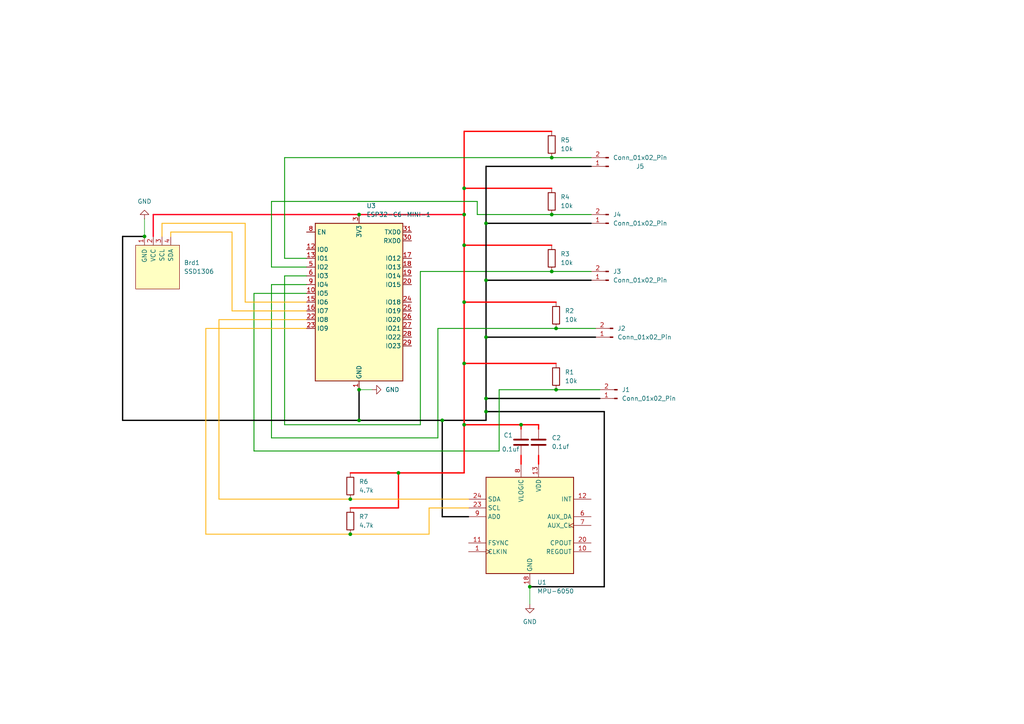
<source format=kicad_sch>
(kicad_sch
	(version 20250114)
	(generator "eeschema")
	(generator_version "9.0")
	(uuid "3a93bfbb-eb43-48ab-9609-fb2a3a89189f")
	(paper "A4")
	(lib_symbols
		(symbol "Connector:Conn_01x02_Pin"
			(pin_names
				(offset 1.016)
				(hide yes)
			)
			(exclude_from_sim no)
			(in_bom yes)
			(on_board yes)
			(property "Reference" "J"
				(at 0 2.54 0)
				(effects
					(font
						(size 1.27 1.27)
					)
				)
			)
			(property "Value" "Conn_01x02_Pin"
				(at 0 -5.08 0)
				(effects
					(font
						(size 1.27 1.27)
					)
				)
			)
			(property "Footprint" ""
				(at 0 0 0)
				(effects
					(font
						(size 1.27 1.27)
					)
					(hide yes)
				)
			)
			(property "Datasheet" "~"
				(at 0 0 0)
				(effects
					(font
						(size 1.27 1.27)
					)
					(hide yes)
				)
			)
			(property "Description" "Generic connector, single row, 01x02, script generated"
				(at 0 0 0)
				(effects
					(font
						(size 1.27 1.27)
					)
					(hide yes)
				)
			)
			(property "ki_locked" ""
				(at 0 0 0)
				(effects
					(font
						(size 1.27 1.27)
					)
				)
			)
			(property "ki_keywords" "connector"
				(at 0 0 0)
				(effects
					(font
						(size 1.27 1.27)
					)
					(hide yes)
				)
			)
			(property "ki_fp_filters" "Connector*:*_1x??_*"
				(at 0 0 0)
				(effects
					(font
						(size 1.27 1.27)
					)
					(hide yes)
				)
			)
			(symbol "Conn_01x02_Pin_1_1"
				(rectangle
					(start 0.8636 0.127)
					(end 0 -0.127)
					(stroke
						(width 0.1524)
						(type default)
					)
					(fill
						(type outline)
					)
				)
				(rectangle
					(start 0.8636 -2.413)
					(end 0 -2.667)
					(stroke
						(width 0.1524)
						(type default)
					)
					(fill
						(type outline)
					)
				)
				(polyline
					(pts
						(xy 1.27 0) (xy 0.8636 0)
					)
					(stroke
						(width 0.1524)
						(type default)
					)
					(fill
						(type none)
					)
				)
				(polyline
					(pts
						(xy 1.27 -2.54) (xy 0.8636 -2.54)
					)
					(stroke
						(width 0.1524)
						(type default)
					)
					(fill
						(type none)
					)
				)
				(pin passive line
					(at 5.08 0 180)
					(length 3.81)
					(name "Pin_1"
						(effects
							(font
								(size 1.27 1.27)
							)
						)
					)
					(number "1"
						(effects
							(font
								(size 1.27 1.27)
							)
						)
					)
				)
				(pin passive line
					(at 5.08 -2.54 180)
					(length 3.81)
					(name "Pin_2"
						(effects
							(font
								(size 1.27 1.27)
							)
						)
					)
					(number "2"
						(effects
							(font
								(size 1.27 1.27)
							)
						)
					)
				)
			)
			(embedded_fonts no)
		)
		(symbol "Device:C"
			(pin_numbers
				(hide yes)
			)
			(pin_names
				(offset 0.254)
			)
			(exclude_from_sim no)
			(in_bom yes)
			(on_board yes)
			(property "Reference" "C"
				(at 0.635 2.54 0)
				(effects
					(font
						(size 1.27 1.27)
					)
					(justify left)
				)
			)
			(property "Value" "C"
				(at 0.635 -2.54 0)
				(effects
					(font
						(size 1.27 1.27)
					)
					(justify left)
				)
			)
			(property "Footprint" ""
				(at 0.9652 -3.81 0)
				(effects
					(font
						(size 1.27 1.27)
					)
					(hide yes)
				)
			)
			(property "Datasheet" "~"
				(at 0 0 0)
				(effects
					(font
						(size 1.27 1.27)
					)
					(hide yes)
				)
			)
			(property "Description" "Unpolarized capacitor"
				(at 0 0 0)
				(effects
					(font
						(size 1.27 1.27)
					)
					(hide yes)
				)
			)
			(property "ki_keywords" "cap capacitor"
				(at 0 0 0)
				(effects
					(font
						(size 1.27 1.27)
					)
					(hide yes)
				)
			)
			(property "ki_fp_filters" "C_*"
				(at 0 0 0)
				(effects
					(font
						(size 1.27 1.27)
					)
					(hide yes)
				)
			)
			(symbol "C_0_1"
				(polyline
					(pts
						(xy -2.032 0.762) (xy 2.032 0.762)
					)
					(stroke
						(width 0.508)
						(type default)
					)
					(fill
						(type none)
					)
				)
				(polyline
					(pts
						(xy -2.032 -0.762) (xy 2.032 -0.762)
					)
					(stroke
						(width 0.508)
						(type default)
					)
					(fill
						(type none)
					)
				)
			)
			(symbol "C_1_1"
				(pin passive line
					(at 0 3.81 270)
					(length 2.794)
					(name "~"
						(effects
							(font
								(size 1.27 1.27)
							)
						)
					)
					(number "1"
						(effects
							(font
								(size 1.27 1.27)
							)
						)
					)
				)
				(pin passive line
					(at 0 -3.81 90)
					(length 2.794)
					(name "~"
						(effects
							(font
								(size 1.27 1.27)
							)
						)
					)
					(number "2"
						(effects
							(font
								(size 1.27 1.27)
							)
						)
					)
				)
			)
			(embedded_fonts no)
		)
		(symbol "Device:R"
			(pin_numbers
				(hide yes)
			)
			(pin_names
				(offset 0)
			)
			(exclude_from_sim no)
			(in_bom yes)
			(on_board yes)
			(property "Reference" "R"
				(at 2.032 0 90)
				(effects
					(font
						(size 1.27 1.27)
					)
				)
			)
			(property "Value" "R"
				(at 0 0 90)
				(effects
					(font
						(size 1.27 1.27)
					)
				)
			)
			(property "Footprint" ""
				(at -1.778 0 90)
				(effects
					(font
						(size 1.27 1.27)
					)
					(hide yes)
				)
			)
			(property "Datasheet" "~"
				(at 0 0 0)
				(effects
					(font
						(size 1.27 1.27)
					)
					(hide yes)
				)
			)
			(property "Description" "Resistor"
				(at 0 0 0)
				(effects
					(font
						(size 1.27 1.27)
					)
					(hide yes)
				)
			)
			(property "ki_keywords" "R res resistor"
				(at 0 0 0)
				(effects
					(font
						(size 1.27 1.27)
					)
					(hide yes)
				)
			)
			(property "ki_fp_filters" "R_*"
				(at 0 0 0)
				(effects
					(font
						(size 1.27 1.27)
					)
					(hide yes)
				)
			)
			(symbol "R_0_1"
				(rectangle
					(start -1.016 -2.54)
					(end 1.016 2.54)
					(stroke
						(width 0.254)
						(type default)
					)
					(fill
						(type none)
					)
				)
			)
			(symbol "R_1_1"
				(pin passive line
					(at 0 3.81 270)
					(length 1.27)
					(name "~"
						(effects
							(font
								(size 1.27 1.27)
							)
						)
					)
					(number "1"
						(effects
							(font
								(size 1.27 1.27)
							)
						)
					)
				)
				(pin passive line
					(at 0 -3.81 90)
					(length 1.27)
					(name "~"
						(effects
							(font
								(size 1.27 1.27)
							)
						)
					)
					(number "2"
						(effects
							(font
								(size 1.27 1.27)
							)
						)
					)
				)
			)
			(embedded_fonts no)
		)
		(symbol "RF_Module:ESP32-C6-MINI-1"
			(exclude_from_sim no)
			(in_bom yes)
			(on_board yes)
			(property "Reference" "U"
				(at -11.43 24.13 0)
				(effects
					(font
						(size 1.27 1.27)
					)
				)
			)
			(property "Value" "ESP32-C6-MINI-1"
				(at 12.7 24.13 0)
				(effects
					(font
						(size 1.27 1.27)
					)
				)
			)
			(property "Footprint" "RF_Module:ESP32-C6-MINI-1"
				(at 17.78 -25.4 0)
				(effects
					(font
						(size 1.27 1.27)
					)
					(hide yes)
				)
			)
			(property "Datasheet" "https://www.espressif.com/sites/default/files/documentation/esp32-c6-mini-1_mini-1u_datasheet_en.pdf"
				(at 0 36.83 0)
				(effects
					(font
						(size 1.27 1.27)
					)
					(hide yes)
				)
			)
			(property "Description" "RF Module, ESP32-C6 SoC, Wi-Fi 802.11b/g/n/ax, Bluetooth, BLE, Zigbee, Thread, 32-bit, 3.3V, SMD, onboard antenna"
				(at 0 39.37 0)
				(effects
					(font
						(size 1.27 1.27)
					)
					(hide yes)
				)
			)
			(property "ki_keywords" "Radio BT ESP Espressif"
				(at 0 0 0)
				(effects
					(font
						(size 1.27 1.27)
					)
					(hide yes)
				)
			)
			(property "ki_fp_filters" "ESP32?C6?MINI?1*"
				(at 0 0 0)
				(effects
					(font
						(size 1.27 1.27)
					)
					(hide yes)
				)
			)
			(symbol "ESP32-C6-MINI-1_0_1"
				(rectangle
					(start -12.7 22.86)
					(end 12.7 -22.86)
					(stroke
						(width 0.254)
						(type default)
					)
					(fill
						(type background)
					)
				)
			)
			(symbol "ESP32-C6-MINI-1_1_1"
				(pin input line
					(at -15.24 20.32 0)
					(length 2.54)
					(name "EN"
						(effects
							(font
								(size 1.27 1.27)
							)
						)
					)
					(number "8"
						(effects
							(font
								(size 1.27 1.27)
							)
						)
					)
				)
				(pin bidirectional line
					(at -15.24 15.24 0)
					(length 2.54)
					(name "IO0"
						(effects
							(font
								(size 1.27 1.27)
							)
						)
					)
					(number "12"
						(effects
							(font
								(size 1.27 1.27)
							)
						)
					)
				)
				(pin bidirectional line
					(at -15.24 12.7 0)
					(length 2.54)
					(name "IO1"
						(effects
							(font
								(size 1.27 1.27)
							)
						)
					)
					(number "13"
						(effects
							(font
								(size 1.27 1.27)
							)
						)
					)
				)
				(pin bidirectional line
					(at -15.24 10.16 0)
					(length 2.54)
					(name "IO2"
						(effects
							(font
								(size 1.27 1.27)
							)
						)
					)
					(number "5"
						(effects
							(font
								(size 1.27 1.27)
							)
						)
					)
				)
				(pin bidirectional line
					(at -15.24 7.62 0)
					(length 2.54)
					(name "IO3"
						(effects
							(font
								(size 1.27 1.27)
							)
						)
					)
					(number "6"
						(effects
							(font
								(size 1.27 1.27)
							)
						)
					)
				)
				(pin bidirectional line
					(at -15.24 5.08 0)
					(length 2.54)
					(name "IO4"
						(effects
							(font
								(size 1.27 1.27)
							)
						)
					)
					(number "9"
						(effects
							(font
								(size 1.27 1.27)
							)
						)
					)
				)
				(pin bidirectional line
					(at -15.24 2.54 0)
					(length 2.54)
					(name "IO5"
						(effects
							(font
								(size 1.27 1.27)
							)
						)
					)
					(number "10"
						(effects
							(font
								(size 1.27 1.27)
							)
						)
					)
				)
				(pin bidirectional line
					(at -15.24 0 0)
					(length 2.54)
					(name "IO6"
						(effects
							(font
								(size 1.27 1.27)
							)
						)
					)
					(number "15"
						(effects
							(font
								(size 1.27 1.27)
							)
						)
					)
				)
				(pin bidirectional line
					(at -15.24 -2.54 0)
					(length 2.54)
					(name "IO7"
						(effects
							(font
								(size 1.27 1.27)
							)
						)
					)
					(number "16"
						(effects
							(font
								(size 1.27 1.27)
							)
						)
					)
				)
				(pin bidirectional line
					(at -15.24 -5.08 0)
					(length 2.54)
					(name "IO8"
						(effects
							(font
								(size 1.27 1.27)
							)
						)
					)
					(number "22"
						(effects
							(font
								(size 1.27 1.27)
							)
						)
					)
				)
				(pin bidirectional line
					(at -15.24 -7.62 0)
					(length 2.54)
					(name "IO9"
						(effects
							(font
								(size 1.27 1.27)
							)
						)
					)
					(number "23"
						(effects
							(font
								(size 1.27 1.27)
							)
						)
					)
				)
				(pin no_connect line
					(at -12.7 -12.7 0)
					(length 2.54)
					(hide yes)
					(name "NC"
						(effects
							(font
								(size 1.27 1.27)
							)
						)
					)
					(number "32"
						(effects
							(font
								(size 1.27 1.27)
							)
						)
					)
				)
				(pin no_connect line
					(at -12.7 -15.24 0)
					(length 2.54)
					(hide yes)
					(name "NC"
						(effects
							(font
								(size 1.27 1.27)
							)
						)
					)
					(number "33"
						(effects
							(font
								(size 1.27 1.27)
							)
						)
					)
				)
				(pin no_connect line
					(at -12.7 -17.78 0)
					(length 2.54)
					(hide yes)
					(name "NC"
						(effects
							(font
								(size 1.27 1.27)
							)
						)
					)
					(number "34"
						(effects
							(font
								(size 1.27 1.27)
							)
						)
					)
				)
				(pin no_connect line
					(at -12.7 -20.32 0)
					(length 2.54)
					(hide yes)
					(name "NC"
						(effects
							(font
								(size 1.27 1.27)
							)
						)
					)
					(number "35"
						(effects
							(font
								(size 1.27 1.27)
							)
						)
					)
				)
				(pin power_in line
					(at 0 25.4 270)
					(length 2.54)
					(name "3V3"
						(effects
							(font
								(size 1.27 1.27)
							)
						)
					)
					(number "3"
						(effects
							(font
								(size 1.27 1.27)
							)
						)
					)
				)
				(pin power_in line
					(at 0 -25.4 90)
					(length 2.54)
					(name "GND"
						(effects
							(font
								(size 1.27 1.27)
							)
						)
					)
					(number "1"
						(effects
							(font
								(size 1.27 1.27)
							)
						)
					)
				)
				(pin passive line
					(at 0 -25.4 90)
					(length 2.54)
					(hide yes)
					(name "GND"
						(effects
							(font
								(size 1.27 1.27)
							)
						)
					)
					(number "11"
						(effects
							(font
								(size 1.27 1.27)
							)
						)
					)
				)
				(pin passive line
					(at 0 -25.4 90)
					(length 2.54)
					(hide yes)
					(name "GND"
						(effects
							(font
								(size 1.27 1.27)
							)
						)
					)
					(number "14"
						(effects
							(font
								(size 1.27 1.27)
							)
						)
					)
				)
				(pin passive line
					(at 0 -25.4 90)
					(length 2.54)
					(hide yes)
					(name "GND"
						(effects
							(font
								(size 1.27 1.27)
							)
						)
					)
					(number "2"
						(effects
							(font
								(size 1.27 1.27)
							)
						)
					)
				)
				(pin passive line
					(at 0 -25.4 90)
					(length 2.54)
					(hide yes)
					(name "GND"
						(effects
							(font
								(size 1.27 1.27)
							)
						)
					)
					(number "36"
						(effects
							(font
								(size 1.27 1.27)
							)
						)
					)
				)
				(pin passive line
					(at 0 -25.4 90)
					(length 2.54)
					(hide yes)
					(name "GND"
						(effects
							(font
								(size 1.27 1.27)
							)
						)
					)
					(number "37"
						(effects
							(font
								(size 1.27 1.27)
							)
						)
					)
				)
				(pin passive line
					(at 0 -25.4 90)
					(length 2.54)
					(hide yes)
					(name "GND"
						(effects
							(font
								(size 1.27 1.27)
							)
						)
					)
					(number "38"
						(effects
							(font
								(size 1.27 1.27)
							)
						)
					)
				)
				(pin passive line
					(at 0 -25.4 90)
					(length 2.54)
					(hide yes)
					(name "GND"
						(effects
							(font
								(size 1.27 1.27)
							)
						)
					)
					(number "39"
						(effects
							(font
								(size 1.27 1.27)
							)
						)
					)
				)
				(pin passive line
					(at 0 -25.4 90)
					(length 2.54)
					(hide yes)
					(name "GND"
						(effects
							(font
								(size 1.27 1.27)
							)
						)
					)
					(number "40"
						(effects
							(font
								(size 1.27 1.27)
							)
						)
					)
				)
				(pin passive line
					(at 0 -25.4 90)
					(length 2.54)
					(hide yes)
					(name "GND"
						(effects
							(font
								(size 1.27 1.27)
							)
						)
					)
					(number "41"
						(effects
							(font
								(size 1.27 1.27)
							)
						)
					)
				)
				(pin passive line
					(at 0 -25.4 90)
					(length 2.54)
					(hide yes)
					(name "GND"
						(effects
							(font
								(size 1.27 1.27)
							)
						)
					)
					(number "42"
						(effects
							(font
								(size 1.27 1.27)
							)
						)
					)
				)
				(pin passive line
					(at 0 -25.4 90)
					(length 2.54)
					(hide yes)
					(name "GND"
						(effects
							(font
								(size 1.27 1.27)
							)
						)
					)
					(number "43"
						(effects
							(font
								(size 1.27 1.27)
							)
						)
					)
				)
				(pin passive line
					(at 0 -25.4 90)
					(length 2.54)
					(hide yes)
					(name "GND"
						(effects
							(font
								(size 1.27 1.27)
							)
						)
					)
					(number "44"
						(effects
							(font
								(size 1.27 1.27)
							)
						)
					)
				)
				(pin passive line
					(at 0 -25.4 90)
					(length 2.54)
					(hide yes)
					(name "GND"
						(effects
							(font
								(size 1.27 1.27)
							)
						)
					)
					(number "45"
						(effects
							(font
								(size 1.27 1.27)
							)
						)
					)
				)
				(pin passive line
					(at 0 -25.4 90)
					(length 2.54)
					(hide yes)
					(name "GND"
						(effects
							(font
								(size 1.27 1.27)
							)
						)
					)
					(number "46"
						(effects
							(font
								(size 1.27 1.27)
							)
						)
					)
				)
				(pin passive line
					(at 0 -25.4 90)
					(length 2.54)
					(hide yes)
					(name "GND"
						(effects
							(font
								(size 1.27 1.27)
							)
						)
					)
					(number "47"
						(effects
							(font
								(size 1.27 1.27)
							)
						)
					)
				)
				(pin passive line
					(at 0 -25.4 90)
					(length 2.54)
					(hide yes)
					(name "GND"
						(effects
							(font
								(size 1.27 1.27)
							)
						)
					)
					(number "48"
						(effects
							(font
								(size 1.27 1.27)
							)
						)
					)
				)
				(pin passive line
					(at 0 -25.4 90)
					(length 2.54)
					(hide yes)
					(name "GND"
						(effects
							(font
								(size 1.27 1.27)
							)
						)
					)
					(number "49"
						(effects
							(font
								(size 1.27 1.27)
							)
						)
					)
				)
				(pin passive line
					(at 0 -25.4 90)
					(length 2.54)
					(hide yes)
					(name "GND"
						(effects
							(font
								(size 1.27 1.27)
							)
						)
					)
					(number "50"
						(effects
							(font
								(size 1.27 1.27)
							)
						)
					)
				)
				(pin passive line
					(at 0 -25.4 90)
					(length 2.54)
					(hide yes)
					(name "GND"
						(effects
							(font
								(size 1.27 1.27)
							)
						)
					)
					(number "51"
						(effects
							(font
								(size 1.27 1.27)
							)
						)
					)
				)
				(pin passive line
					(at 0 -25.4 90)
					(length 2.54)
					(hide yes)
					(name "GND"
						(effects
							(font
								(size 1.27 1.27)
							)
						)
					)
					(number "52"
						(effects
							(font
								(size 1.27 1.27)
							)
						)
					)
				)
				(pin passive line
					(at 0 -25.4 90)
					(length 2.54)
					(hide yes)
					(name "GND"
						(effects
							(font
								(size 1.27 1.27)
							)
						)
					)
					(number "53"
						(effects
							(font
								(size 1.27 1.27)
							)
						)
					)
				)
				(pin no_connect line
					(at 12.7 -15.24 180)
					(length 2.54)
					(hide yes)
					(name "NC"
						(effects
							(font
								(size 1.27 1.27)
							)
						)
					)
					(number "4"
						(effects
							(font
								(size 1.27 1.27)
							)
						)
					)
				)
				(pin no_connect line
					(at 12.7 -17.78 180)
					(length 2.54)
					(hide yes)
					(name "NC"
						(effects
							(font
								(size 1.27 1.27)
							)
						)
					)
					(number "7"
						(effects
							(font
								(size 1.27 1.27)
							)
						)
					)
				)
				(pin no_connect line
					(at 12.7 -20.32 180)
					(length 2.54)
					(hide yes)
					(name "NC"
						(effects
							(font
								(size 1.27 1.27)
							)
						)
					)
					(number "21"
						(effects
							(font
								(size 1.27 1.27)
							)
						)
					)
				)
				(pin bidirectional line
					(at 15.24 20.32 180)
					(length 2.54)
					(name "TXD0"
						(effects
							(font
								(size 1.27 1.27)
							)
						)
					)
					(number "31"
						(effects
							(font
								(size 1.27 1.27)
							)
						)
					)
				)
				(pin bidirectional line
					(at 15.24 17.78 180)
					(length 2.54)
					(name "RXD0"
						(effects
							(font
								(size 1.27 1.27)
							)
						)
					)
					(number "30"
						(effects
							(font
								(size 1.27 1.27)
							)
						)
					)
				)
				(pin bidirectional line
					(at 15.24 12.7 180)
					(length 2.54)
					(name "IO12"
						(effects
							(font
								(size 1.27 1.27)
							)
						)
					)
					(number "17"
						(effects
							(font
								(size 1.27 1.27)
							)
						)
					)
				)
				(pin bidirectional line
					(at 15.24 10.16 180)
					(length 2.54)
					(name "IO13"
						(effects
							(font
								(size 1.27 1.27)
							)
						)
					)
					(number "18"
						(effects
							(font
								(size 1.27 1.27)
							)
						)
					)
				)
				(pin bidirectional line
					(at 15.24 7.62 180)
					(length 2.54)
					(name "IO14"
						(effects
							(font
								(size 1.27 1.27)
							)
						)
					)
					(number "19"
						(effects
							(font
								(size 1.27 1.27)
							)
						)
					)
				)
				(pin bidirectional line
					(at 15.24 5.08 180)
					(length 2.54)
					(name "IO15"
						(effects
							(font
								(size 1.27 1.27)
							)
						)
					)
					(number "20"
						(effects
							(font
								(size 1.27 1.27)
							)
						)
					)
				)
				(pin bidirectional line
					(at 15.24 0 180)
					(length 2.54)
					(name "IO18"
						(effects
							(font
								(size 1.27 1.27)
							)
						)
					)
					(number "24"
						(effects
							(font
								(size 1.27 1.27)
							)
						)
					)
				)
				(pin bidirectional line
					(at 15.24 -2.54 180)
					(length 2.54)
					(name "IO19"
						(effects
							(font
								(size 1.27 1.27)
							)
						)
					)
					(number "25"
						(effects
							(font
								(size 1.27 1.27)
							)
						)
					)
				)
				(pin bidirectional line
					(at 15.24 -5.08 180)
					(length 2.54)
					(name "IO20"
						(effects
							(font
								(size 1.27 1.27)
							)
						)
					)
					(number "26"
						(effects
							(font
								(size 1.27 1.27)
							)
						)
					)
				)
				(pin bidirectional line
					(at 15.24 -7.62 180)
					(length 2.54)
					(name "IO21"
						(effects
							(font
								(size 1.27 1.27)
							)
						)
					)
					(number "27"
						(effects
							(font
								(size 1.27 1.27)
							)
						)
					)
				)
				(pin bidirectional line
					(at 15.24 -10.16 180)
					(length 2.54)
					(name "IO22"
						(effects
							(font
								(size 1.27 1.27)
							)
						)
					)
					(number "28"
						(effects
							(font
								(size 1.27 1.27)
							)
						)
					)
				)
				(pin bidirectional line
					(at 15.24 -12.7 180)
					(length 2.54)
					(name "IO23"
						(effects
							(font
								(size 1.27 1.27)
							)
						)
					)
					(number "29"
						(effects
							(font
								(size 1.27 1.27)
							)
						)
					)
				)
			)
			(embedded_fonts no)
		)
		(symbol "SSD1306-128x64_OLED:SSD1306"
			(pin_names
				(offset 1.016)
			)
			(exclude_from_sim no)
			(in_bom yes)
			(on_board yes)
			(property "Reference" "Brd"
				(at 0 -3.81 0)
				(effects
					(font
						(size 1.27 1.27)
					)
				)
			)
			(property "Value" "SSD1306"
				(at 0 -1.27 0)
				(effects
					(font
						(size 1.27 1.27)
					)
				)
			)
			(property "Footprint" ""
				(at 0 6.35 0)
				(effects
					(font
						(size 1.27 1.27)
					)
					(hide yes)
				)
			)
			(property "Datasheet" ""
				(at 0 6.35 0)
				(effects
					(font
						(size 1.27 1.27)
					)
					(hide yes)
				)
			)
			(property "Description" "SSD1306 OLED"
				(at 0 0 0)
				(effects
					(font
						(size 1.27 1.27)
					)
					(hide yes)
				)
			)
			(property "ki_keywords" "SSD1306"
				(at 0 0 0)
				(effects
					(font
						(size 1.27 1.27)
					)
					(hide yes)
				)
			)
			(property "ki_fp_filters" "SSD1306-128x64_OLED:SSD1306"
				(at 0 0 0)
				(effects
					(font
						(size 1.27 1.27)
					)
					(hide yes)
				)
			)
			(symbol "SSD1306_0_1"
				(rectangle
					(start -6.35 6.35)
					(end 6.35 -6.35)
					(stroke
						(width 0)
						(type solid)
					)
					(fill
						(type background)
					)
				)
			)
			(symbol "SSD1306_1_1"
				(pin input line
					(at -3.81 8.89 270)
					(length 2.54)
					(name "GND"
						(effects
							(font
								(size 1.27 1.27)
							)
						)
					)
					(number "1"
						(effects
							(font
								(size 1.27 1.27)
							)
						)
					)
				)
				(pin input line
					(at -1.27 8.89 270)
					(length 2.54)
					(name "VCC"
						(effects
							(font
								(size 1.27 1.27)
							)
						)
					)
					(number "2"
						(effects
							(font
								(size 1.27 1.27)
							)
						)
					)
				)
				(pin input line
					(at 1.27 8.89 270)
					(length 2.54)
					(name "SCL"
						(effects
							(font
								(size 1.27 1.27)
							)
						)
					)
					(number "3"
						(effects
							(font
								(size 1.27 1.27)
							)
						)
					)
				)
				(pin input line
					(at 3.81 8.89 270)
					(length 2.54)
					(name "SDA"
						(effects
							(font
								(size 1.27 1.27)
							)
						)
					)
					(number "4"
						(effects
							(font
								(size 1.27 1.27)
							)
						)
					)
				)
			)
			(embedded_fonts no)
		)
		(symbol "Sensor_Motion:MPU-6050"
			(exclude_from_sim no)
			(in_bom yes)
			(on_board yes)
			(property "Reference" "U"
				(at -11.43 13.97 0)
				(effects
					(font
						(size 1.27 1.27)
					)
				)
			)
			(property "Value" "MPU-6050"
				(at 7.62 -15.24 0)
				(effects
					(font
						(size 1.27 1.27)
					)
				)
			)
			(property "Footprint" "Sensor_Motion:InvenSense_QFN-24_4x4mm_P0.5mm"
				(at 0 -20.32 0)
				(effects
					(font
						(size 1.27 1.27)
					)
					(hide yes)
				)
			)
			(property "Datasheet" "https://invensense.tdk.com/wp-content/uploads/2015/02/MPU-6000-Datasheet1.pdf"
				(at 0 -3.81 0)
				(effects
					(font
						(size 1.27 1.27)
					)
					(hide yes)
				)
			)
			(property "Description" "InvenSense 6-Axis Motion Sensor, Gyroscope, Accelerometer, I2C"
				(at 0 0 0)
				(effects
					(font
						(size 1.27 1.27)
					)
					(hide yes)
				)
			)
			(property "ki_keywords" "mems"
				(at 0 0 0)
				(effects
					(font
						(size 1.27 1.27)
					)
					(hide yes)
				)
			)
			(property "ki_fp_filters" "*QFN*4x4mm*P0.5mm*"
				(at 0 0 0)
				(effects
					(font
						(size 1.27 1.27)
					)
					(hide yes)
				)
			)
			(symbol "MPU-6050_0_1"
				(rectangle
					(start -12.7 13.97)
					(end 12.7 -13.97)
					(stroke
						(width 0.254)
						(type default)
					)
					(fill
						(type background)
					)
				)
			)
			(symbol "MPU-6050_1_1"
				(pin bidirectional line
					(at -17.78 7.62 0)
					(length 5.08)
					(name "SDA"
						(effects
							(font
								(size 1.27 1.27)
							)
						)
					)
					(number "24"
						(effects
							(font
								(size 1.27 1.27)
							)
						)
					)
				)
				(pin input line
					(at -17.78 5.08 0)
					(length 5.08)
					(name "SCL"
						(effects
							(font
								(size 1.27 1.27)
							)
						)
					)
					(number "23"
						(effects
							(font
								(size 1.27 1.27)
							)
						)
					)
				)
				(pin input line
					(at -17.78 2.54 0)
					(length 5.08)
					(name "AD0"
						(effects
							(font
								(size 1.27 1.27)
							)
						)
					)
					(number "9"
						(effects
							(font
								(size 1.27 1.27)
							)
						)
					)
				)
				(pin input line
					(at -17.78 -5.08 0)
					(length 5.08)
					(name "FSYNC"
						(effects
							(font
								(size 1.27 1.27)
							)
						)
					)
					(number "11"
						(effects
							(font
								(size 1.27 1.27)
							)
						)
					)
				)
				(pin input clock
					(at -17.78 -7.62 0)
					(length 5.08)
					(name "CLKIN"
						(effects
							(font
								(size 1.27 1.27)
							)
						)
					)
					(number "1"
						(effects
							(font
								(size 1.27 1.27)
							)
						)
					)
				)
				(pin no_connect line
					(at -12.7 12.7 0)
					(length 2.54)
					(hide yes)
					(name "NC"
						(effects
							(font
								(size 1.27 1.27)
							)
						)
					)
					(number "2"
						(effects
							(font
								(size 1.27 1.27)
							)
						)
					)
				)
				(pin no_connect line
					(at -12.7 10.16 0)
					(length 2.54)
					(hide yes)
					(name "NC"
						(effects
							(font
								(size 1.27 1.27)
							)
						)
					)
					(number "3"
						(effects
							(font
								(size 1.27 1.27)
							)
						)
					)
				)
				(pin no_connect line
					(at -12.7 0 0)
					(length 2.54)
					(hide yes)
					(name "NC"
						(effects
							(font
								(size 1.27 1.27)
							)
						)
					)
					(number "4"
						(effects
							(font
								(size 1.27 1.27)
							)
						)
					)
				)
				(pin no_connect line
					(at -12.7 -2.54 0)
					(length 2.54)
					(hide yes)
					(name "NC"
						(effects
							(font
								(size 1.27 1.27)
							)
						)
					)
					(number "5"
						(effects
							(font
								(size 1.27 1.27)
							)
						)
					)
				)
				(pin no_connect line
					(at -12.7 -10.16 0)
					(length 2.54)
					(hide yes)
					(name "NC"
						(effects
							(font
								(size 1.27 1.27)
							)
						)
					)
					(number "14"
						(effects
							(font
								(size 1.27 1.27)
							)
						)
					)
				)
				(pin power_in line
					(at -2.54 17.78 270)
					(length 3.81)
					(name "VLOGIC"
						(effects
							(font
								(size 1.27 1.27)
							)
						)
					)
					(number "8"
						(effects
							(font
								(size 1.27 1.27)
							)
						)
					)
				)
				(pin power_in line
					(at 0 -17.78 90)
					(length 3.81)
					(name "GND"
						(effects
							(font
								(size 1.27 1.27)
							)
						)
					)
					(number "18"
						(effects
							(font
								(size 1.27 1.27)
							)
						)
					)
				)
				(pin power_in line
					(at 2.54 17.78 270)
					(length 3.81)
					(name "VDD"
						(effects
							(font
								(size 1.27 1.27)
							)
						)
					)
					(number "13"
						(effects
							(font
								(size 1.27 1.27)
							)
						)
					)
				)
				(pin no_connect line
					(at 12.7 12.7 180)
					(length 2.54)
					(hide yes)
					(name "NC"
						(effects
							(font
								(size 1.27 1.27)
							)
						)
					)
					(number "15"
						(effects
							(font
								(size 1.27 1.27)
							)
						)
					)
				)
				(pin no_connect line
					(at 12.7 10.16 180)
					(length 2.54)
					(hide yes)
					(name "NC"
						(effects
							(font
								(size 1.27 1.27)
							)
						)
					)
					(number "16"
						(effects
							(font
								(size 1.27 1.27)
							)
						)
					)
				)
				(pin no_connect line
					(at 12.7 5.08 180)
					(length 2.54)
					(hide yes)
					(name "NC"
						(effects
							(font
								(size 1.27 1.27)
							)
						)
					)
					(number "17"
						(effects
							(font
								(size 1.27 1.27)
							)
						)
					)
				)
				(pin no_connect line
					(at 12.7 -2.54 180)
					(length 2.54)
					(hide yes)
					(name "RESV"
						(effects
							(font
								(size 1.27 1.27)
							)
						)
					)
					(number "21"
						(effects
							(font
								(size 1.27 1.27)
							)
						)
					)
				)
				(pin no_connect line
					(at 12.7 -10.16 180)
					(length 2.54)
					(hide yes)
					(name "RESV"
						(effects
							(font
								(size 1.27 1.27)
							)
						)
					)
					(number "19"
						(effects
							(font
								(size 1.27 1.27)
							)
						)
					)
				)
				(pin no_connect line
					(at 12.7 -12.7 180)
					(length 2.54)
					(hide yes)
					(name "RESV"
						(effects
							(font
								(size 1.27 1.27)
							)
						)
					)
					(number "22"
						(effects
							(font
								(size 1.27 1.27)
							)
						)
					)
				)
				(pin output line
					(at 17.78 7.62 180)
					(length 5.08)
					(name "INT"
						(effects
							(font
								(size 1.27 1.27)
							)
						)
					)
					(number "12"
						(effects
							(font
								(size 1.27 1.27)
							)
						)
					)
				)
				(pin bidirectional line
					(at 17.78 2.54 180)
					(length 5.08)
					(name "AUX_DA"
						(effects
							(font
								(size 1.27 1.27)
							)
						)
					)
					(number "6"
						(effects
							(font
								(size 1.27 1.27)
							)
						)
					)
				)
				(pin output clock
					(at 17.78 0 180)
					(length 5.08)
					(name "AUX_CL"
						(effects
							(font
								(size 1.27 1.27)
							)
						)
					)
					(number "7"
						(effects
							(font
								(size 1.27 1.27)
							)
						)
					)
				)
				(pin passive line
					(at 17.78 -5.08 180)
					(length 5.08)
					(name "CPOUT"
						(effects
							(font
								(size 1.27 1.27)
							)
						)
					)
					(number "20"
						(effects
							(font
								(size 1.27 1.27)
							)
						)
					)
				)
				(pin passive line
					(at 17.78 -7.62 180)
					(length 5.08)
					(name "REGOUT"
						(effects
							(font
								(size 1.27 1.27)
							)
						)
					)
					(number "10"
						(effects
							(font
								(size 1.27 1.27)
							)
						)
					)
				)
			)
			(embedded_fonts no)
		)
		(symbol "power:GND"
			(power)
			(pin_numbers
				(hide yes)
			)
			(pin_names
				(offset 0)
				(hide yes)
			)
			(exclude_from_sim no)
			(in_bom yes)
			(on_board yes)
			(property "Reference" "#PWR"
				(at 0 -6.35 0)
				(effects
					(font
						(size 1.27 1.27)
					)
					(hide yes)
				)
			)
			(property "Value" "GND"
				(at 0 -3.81 0)
				(effects
					(font
						(size 1.27 1.27)
					)
				)
			)
			(property "Footprint" ""
				(at 0 0 0)
				(effects
					(font
						(size 1.27 1.27)
					)
					(hide yes)
				)
			)
			(property "Datasheet" ""
				(at 0 0 0)
				(effects
					(font
						(size 1.27 1.27)
					)
					(hide yes)
				)
			)
			(property "Description" "Power symbol creates a global label with name \"GND\" , ground"
				(at 0 0 0)
				(effects
					(font
						(size 1.27 1.27)
					)
					(hide yes)
				)
			)
			(property "ki_keywords" "global power"
				(at 0 0 0)
				(effects
					(font
						(size 1.27 1.27)
					)
					(hide yes)
				)
			)
			(symbol "GND_0_1"
				(polyline
					(pts
						(xy 0 0) (xy 0 -1.27) (xy 1.27 -1.27) (xy 0 -2.54) (xy -1.27 -1.27) (xy 0 -1.27)
					)
					(stroke
						(width 0)
						(type default)
					)
					(fill
						(type none)
					)
				)
			)
			(symbol "GND_1_1"
				(pin power_in line
					(at 0 0 270)
					(length 0)
					(name "~"
						(effects
							(font
								(size 1.27 1.27)
							)
						)
					)
					(number "1"
						(effects
							(font
								(size 1.27 1.27)
							)
						)
					)
				)
			)
			(embedded_fonts no)
		)
	)
	(junction
		(at 134.62 62.23)
		(diameter 0)
		(color 0 0 0 0)
		(uuid "105e1a69-f479-45bd-b7d4-a5d13a75d033")
	)
	(junction
		(at 134.62 105.41)
		(diameter 0)
		(color 0 0 0 0)
		(uuid "2532d5f3-089e-4e5f-9f1f-ee9de95f3366")
	)
	(junction
		(at 140.97 119.38)
		(diameter 0)
		(color 0 0 0 0)
		(uuid "3b0476f3-46c8-431a-ab99-f32ddd62147a")
	)
	(junction
		(at 140.97 115.57)
		(diameter 0)
		(color 0 0 0 0)
		(uuid "4cc6b8f2-199e-4f7e-ba7d-2fba27b41374")
	)
	(junction
		(at 104.14 62.23)
		(diameter 0)
		(color 0 0 0 0)
		(uuid "51619d0c-c028-49ba-b434-ec3f8ae3fe73")
	)
	(junction
		(at 134.62 87.63)
		(diameter 0)
		(color 0 0 0 0)
		(uuid "51df42fd-6048-40e8-ac54-6ef6ff427541")
	)
	(junction
		(at 134.62 71.12)
		(diameter 0)
		(color 0 0 0 0)
		(uuid "708178ef-a63a-49e7-96c2-ddf12f8b518d")
	)
	(junction
		(at 161.29 95.25)
		(diameter 0)
		(color 0 0 0 0)
		(uuid "790cb9c1-c2bc-446a-82e7-7d53b9f299b8")
	)
	(junction
		(at 140.97 81.28)
		(diameter 0)
		(color 0 0 0 0)
		(uuid "7e5ba23b-d174-4579-a235-ca150b9910d9")
	)
	(junction
		(at 140.97 64.77)
		(diameter 0)
		(color 0 0 0 0)
		(uuid "7ee7e6fd-269a-4a84-9ca0-131039c7b055")
	)
	(junction
		(at 160.02 45.72)
		(diameter 0)
		(color 0 0 0 0)
		(uuid "81b349c0-ef7c-4158-8a63-8c44ebec7992")
	)
	(junction
		(at 160.02 78.74)
		(diameter 0)
		(color 0 0 0 0)
		(uuid "84e0037b-31df-42f0-aa9a-888296cb23b6")
	)
	(junction
		(at 161.29 113.03)
		(diameter 0)
		(color 0 0 0 0)
		(uuid "874107e1-3b5e-4be4-a822-e3d9dfd331e2")
	)
	(junction
		(at 128.27 121.92)
		(diameter 0)
		(color 0 0 0 0)
		(uuid "8b1b269c-1a0e-451f-b603-2690ab2650b3")
	)
	(junction
		(at 153.67 170.18)
		(diameter 0)
		(color 0 0 0 0)
		(uuid "8b645709-43bd-4567-b7d6-d945645dec01")
	)
	(junction
		(at 134.62 54.61)
		(diameter 0)
		(color 0 0 0 0)
		(uuid "8bba384f-7c23-48ce-a0f0-6a4aa3a3620f")
	)
	(junction
		(at 134.62 123.19)
		(diameter 0)
		(color 0 0 0 0)
		(uuid "8d10c8cf-f77e-4955-a39e-d9c1e32f159a")
	)
	(junction
		(at 101.6 154.94)
		(diameter 0)
		(color 0 0 0 0)
		(uuid "a9384a3e-cd36-4cc1-ad0f-1a96d6c784b4")
	)
	(junction
		(at 160.02 62.23)
		(diameter 0)
		(color 0 0 0 0)
		(uuid "aa903398-52bc-4d3a-b8e7-a69b71aef845")
	)
	(junction
		(at 41.91 68.58)
		(diameter 0)
		(color 0 0 0 0)
		(uuid "bd740012-dc83-4dcb-a789-7c3a8eaa70cc")
	)
	(junction
		(at 104.14 121.92)
		(diameter 0)
		(color 0 0 0 0)
		(uuid "c225f77a-e225-4157-8dad-2b4babcdb081")
	)
	(junction
		(at 151.13 123.19)
		(diameter 0)
		(color 0 0 0 0)
		(uuid "d504b2a3-444b-4b9a-a058-6586b79fd0e3")
	)
	(junction
		(at 140.97 97.79)
		(diameter 0)
		(color 0 0 0 0)
		(uuid "dffd54e1-984a-4dc8-b83e-9b9b804c010f")
	)
	(junction
		(at 115.57 137.16)
		(diameter 0)
		(color 0 0 0 0)
		(uuid "e5c3347b-faf0-4a13-879e-2119426b5967")
	)
	(junction
		(at 104.14 113.03)
		(diameter 0)
		(color 0 0 0 0)
		(uuid "e7486b02-7da5-4277-a620-9523fb99d282")
	)
	(junction
		(at 101.6 144.78)
		(diameter 0)
		(color 0 0 0 0)
		(uuid "fd7f7fe8-4491-40a6-a697-1c458235e428")
	)
	(wire
		(pts
			(xy 140.97 115.57) (xy 173.99 115.57)
		)
		(stroke
			(width 0.381)
			(type default)
			(color 0 0 0 1)
		)
		(uuid "075dbfd8-83f6-42f6-ba96-82d44cd7639e")
	)
	(wire
		(pts
			(xy 161.29 113.03) (xy 173.99 113.03)
		)
		(stroke
			(width 0.254)
			(type default)
		)
		(uuid "0d261682-5eb2-4ec1-be95-747f4f8e6023")
	)
	(wire
		(pts
			(xy 82.55 123.19) (xy 82.55 80.01)
		)
		(stroke
			(width 0.254)
			(type default)
		)
		(uuid "0e6d8824-ee6f-4b33-a5ef-2ea6ab944c59")
	)
	(wire
		(pts
			(xy 35.56 68.58) (xy 41.91 68.58)
		)
		(stroke
			(width 0.381)
			(type default)
			(color 0 0 0 1)
		)
		(uuid "0e964f55-76ba-43b6-84e3-b8302262743a")
	)
	(wire
		(pts
			(xy 63.5 144.78) (xy 101.6 144.78)
		)
		(stroke
			(width 0.254)
			(type default)
			(color 255 180 14 1)
		)
		(uuid "0eceda7d-41b0-4f75-8d66-45f48a6c2fbe")
	)
	(wire
		(pts
			(xy 134.62 54.61) (xy 134.62 62.23)
		)
		(stroke
			(width 0.381)
			(type default)
			(color 255 0 0 1)
		)
		(uuid "17ac6c59-7490-4d76-8bbe-e3b637291043")
	)
	(wire
		(pts
			(xy 104.14 62.23) (xy 134.62 62.23)
		)
		(stroke
			(width 0.381)
			(type default)
			(color 255 0 28 1)
		)
		(uuid "1ab3ae6c-276b-484a-bfb9-cf739b502d7c")
	)
	(wire
		(pts
			(xy 134.62 87.63) (xy 134.62 105.41)
		)
		(stroke
			(width 0.381)
			(type default)
			(color 255 0 0 1)
		)
		(uuid "1c3e9301-0a1a-4e8d-8701-49f299c671cd")
	)
	(wire
		(pts
			(xy 140.97 48.26) (xy 140.97 64.77)
		)
		(stroke
			(width 0.381)
			(type default)
			(color 0 0 0 1)
		)
		(uuid "1eea14fc-8f97-4f2d-999a-f5b09fbb1aa8")
	)
	(wire
		(pts
			(xy 140.97 121.92) (xy 128.27 121.92)
		)
		(stroke
			(width 0.381)
			(type default)
			(color 0 0 0 1)
		)
		(uuid "203b783e-9144-4109-b663-401e038d2dff")
	)
	(wire
		(pts
			(xy 160.02 78.74) (xy 171.45 78.74)
		)
		(stroke
			(width 0.254)
			(type default)
		)
		(uuid "27f63cfa-eaa7-4f87-abfb-ada8f4d52986")
	)
	(wire
		(pts
			(xy 78.74 77.47) (xy 88.9 77.47)
		)
		(stroke
			(width 0.254)
			(type default)
		)
		(uuid "28063045-29bd-47b2-8406-e92c85b9d9ed")
	)
	(wire
		(pts
			(xy 153.67 175.26) (xy 153.67 170.18)
		)
		(stroke
			(width 0)
			(type default)
		)
		(uuid "2ae03402-f2df-427d-bcfc-4d067b84e291")
	)
	(wire
		(pts
			(xy 73.66 85.09) (xy 88.9 85.09)
		)
		(stroke
			(width 0.254)
			(type default)
		)
		(uuid "2b7a6f2b-255f-482c-9c24-bd859c0a1aa3")
	)
	(wire
		(pts
			(xy 107.95 113.03) (xy 104.14 113.03)
		)
		(stroke
			(width 0)
			(type default)
		)
		(uuid "2c7bccb3-bd65-4be4-91ba-4526ed84636d")
	)
	(wire
		(pts
			(xy 59.69 154.94) (xy 101.6 154.94)
		)
		(stroke
			(width 0.254)
			(type default)
			(color 255 180 14 1)
		)
		(uuid "2d297f7c-1b99-4627-b0fd-4324846c1abb")
	)
	(wire
		(pts
			(xy 161.29 95.25) (xy 127 95.25)
		)
		(stroke
			(width 0.254)
			(type default)
		)
		(uuid "2d998bb4-0910-4c63-92b3-7d5791e2717b")
	)
	(wire
		(pts
			(xy 160.02 78.74) (xy 121.92 78.74)
		)
		(stroke
			(width 0.254)
			(type default)
		)
		(uuid "2d9c0ab7-0214-465d-a22a-1af3f86e86d8")
	)
	(wire
		(pts
			(xy 71.12 87.63) (xy 88.9 87.63)
		)
		(stroke
			(width 0.254)
			(type default)
			(color 255 180 14 1)
		)
		(uuid "2f15df32-b771-4217-9cb8-3a1b0f2ca6b0")
	)
	(wire
		(pts
			(xy 134.62 123.19) (xy 134.62 137.16)
		)
		(stroke
			(width 0.381)
			(type default)
			(color 255 0 0 1)
		)
		(uuid "3062cd4b-54b4-45b2-a00a-fd790b5c96a1")
	)
	(wire
		(pts
			(xy 134.62 71.12) (xy 134.62 87.63)
		)
		(stroke
			(width 0.381)
			(type default)
			(color 255 0 0 1)
		)
		(uuid "30f5c891-0d5f-4144-9829-c2183cfa57f4")
	)
	(wire
		(pts
			(xy 140.97 97.79) (xy 140.97 115.57)
		)
		(stroke
			(width 0.381)
			(type default)
			(color 0 0 0 1)
		)
		(uuid "3195bcd0-38dd-41fd-80de-c4d66ab0f20d")
	)
	(wire
		(pts
			(xy 175.26 119.38) (xy 175.26 170.18)
		)
		(stroke
			(width 0.381)
			(type default)
			(color 0 0 0 1)
		)
		(uuid "33a5c647-d8ba-4d65-8e23-26da942b5b2b")
	)
	(wire
		(pts
			(xy 121.92 123.19) (xy 82.55 123.19)
		)
		(stroke
			(width 0.254)
			(type default)
		)
		(uuid "33cb445c-918e-4fc5-83db-87d452e69a77")
	)
	(wire
		(pts
			(xy 63.5 92.71) (xy 63.5 144.78)
		)
		(stroke
			(width 0.254)
			(type default)
			(color 255 180 14 1)
		)
		(uuid "34070492-0ee0-4b21-9688-ba4fb4333ce2")
	)
	(wire
		(pts
			(xy 115.57 137.16) (xy 101.6 137.16)
		)
		(stroke
			(width 0.381)
			(type default)
			(color 255 0 0 1)
		)
		(uuid "38cefa3f-1d76-4dd4-9aea-ef62cbb75e7b")
	)
	(wire
		(pts
			(xy 134.62 62.23) (xy 134.62 71.12)
		)
		(stroke
			(width 0.381)
			(type default)
			(color 255 0 0 1)
		)
		(uuid "3b8ddcc8-553f-40ce-96ac-d8a601bb97df")
	)
	(wire
		(pts
			(xy 128.27 121.92) (xy 104.14 121.92)
		)
		(stroke
			(width 0.381)
			(type default)
			(color 0 0 0 1)
		)
		(uuid "3d107a09-861f-47d5-a2f0-cd541df65c2e")
	)
	(wire
		(pts
			(xy 44.45 62.23) (xy 44.45 68.58)
		)
		(stroke
			(width 0.381)
			(type default)
			(color 255 0 28 1)
		)
		(uuid "3f46cde1-ea88-47cc-9108-d23050f0529a")
	)
	(wire
		(pts
			(xy 140.97 97.79) (xy 172.72 97.79)
		)
		(stroke
			(width 0.381)
			(type default)
			(color 0 0 0 1)
		)
		(uuid "407fcc36-a682-48cc-b8b9-0c0cdd3715e1")
	)
	(wire
		(pts
			(xy 175.26 170.18) (xy 153.67 170.18)
		)
		(stroke
			(width 0.381)
			(type default)
			(color 0 0 0 1)
		)
		(uuid "4ca1a90e-2bbe-4509-84a9-014136291164")
	)
	(wire
		(pts
			(xy 67.31 67.31) (xy 67.31 90.17)
		)
		(stroke
			(width 0.254)
			(type default)
			(color 255 180 14 1)
		)
		(uuid "4d447a0f-290c-4697-a7bd-03bfe510dd41")
	)
	(wire
		(pts
			(xy 78.74 58.42) (xy 78.74 77.47)
		)
		(stroke
			(width 0.254)
			(type default)
		)
		(uuid "53280349-09c3-4232-a446-fdeb9401d64c")
	)
	(wire
		(pts
			(xy 134.62 137.16) (xy 115.57 137.16)
		)
		(stroke
			(width 0.381)
			(type default)
			(color 255 0 0 1)
		)
		(uuid "53e002e4-5f61-45c6-bc6f-3fb28a0ff5c8")
	)
	(wire
		(pts
			(xy 160.02 62.23) (xy 138.43 62.23)
		)
		(stroke
			(width 0.254)
			(type default)
		)
		(uuid "56f7b80f-bbb7-49be-b934-8f06a065570b")
	)
	(wire
		(pts
			(xy 41.91 63.5) (xy 41.91 68.58)
		)
		(stroke
			(width 0)
			(type default)
		)
		(uuid "58361625-1572-4a5c-b33c-29a65fccd7f7")
	)
	(wire
		(pts
			(xy 140.97 64.77) (xy 140.97 81.28)
		)
		(stroke
			(width 0.381)
			(type default)
			(color 0 0 0 1)
		)
		(uuid "5a24f5dc-7b8c-4d0a-81ba-33c5889096d0")
	)
	(wire
		(pts
			(xy 46.99 64.77) (xy 71.12 64.77)
		)
		(stroke
			(width 0.254)
			(type default)
			(color 255 180 14 1)
		)
		(uuid "5a91ebd7-fe1d-4d35-87cc-10f42c7ae4d7")
	)
	(wire
		(pts
			(xy 140.97 48.26) (xy 171.45 48.26)
		)
		(stroke
			(width 0.381)
			(type default)
			(color 0 0 0 1)
		)
		(uuid "5ba68846-2fff-4e79-a4d2-cf1472c7a04c")
	)
	(wire
		(pts
			(xy 144.78 113.03) (xy 144.78 130.81)
		)
		(stroke
			(width 0.254)
			(type default)
		)
		(uuid "61645c2e-6ab4-4ace-a947-001b8b9e5c43")
	)
	(wire
		(pts
			(xy 67.31 90.17) (xy 88.9 90.17)
		)
		(stroke
			(width 0.254)
			(type default)
			(color 255 180 14 1)
		)
		(uuid "6c8669c4-60dd-4d70-8807-282d6bf03ff2")
	)
	(wire
		(pts
			(xy 156.21 132.08) (xy 156.21 134.62)
		)
		(stroke
			(width 0.381)
			(type default)
			(color 255 0 0 1)
		)
		(uuid "6d2177db-1f18-4d83-a782-5c10d78a8074")
	)
	(wire
		(pts
			(xy 160.02 62.23) (xy 171.45 62.23)
		)
		(stroke
			(width 0.254)
			(type default)
		)
		(uuid "73d35bf6-e70e-497b-913a-44498aea4f77")
	)
	(wire
		(pts
			(xy 124.46 154.94) (xy 124.46 147.32)
		)
		(stroke
			(width 0.254)
			(type default)
			(color 255 180 14 1)
		)
		(uuid "74d1958a-0b80-486d-bffe-2719edb14a61")
	)
	(wire
		(pts
			(xy 59.69 95.25) (xy 59.69 154.94)
		)
		(stroke
			(width 0.254)
			(type default)
			(color 255 180 14 1)
		)
		(uuid "76d79d01-430f-4226-910a-aafda4173b04")
	)
	(wire
		(pts
			(xy 134.62 105.41) (xy 134.62 123.19)
		)
		(stroke
			(width 0.381)
			(type default)
			(color 255 0 0 1)
		)
		(uuid "7bf0a7e5-fe67-4952-93ea-e2bae8ac1629")
	)
	(wire
		(pts
			(xy 140.97 64.77) (xy 171.45 64.77)
		)
		(stroke
			(width 0.381)
			(type default)
			(color 0 0 0 1)
		)
		(uuid "7c0d1be1-ae40-4dc4-910d-465535c175ad")
	)
	(wire
		(pts
			(xy 134.62 71.12) (xy 160.02 71.12)
		)
		(stroke
			(width 0.381)
			(type default)
			(color 255 0 0 1)
		)
		(uuid "7d930aaf-e507-4ff0-9222-701cdb3b3a48")
	)
	(wire
		(pts
			(xy 59.69 95.25) (xy 88.9 95.25)
		)
		(stroke
			(width 0.254)
			(type default)
			(color 255 180 14 1)
		)
		(uuid "7e277293-421b-4344-9cba-12e66a562066")
	)
	(wire
		(pts
			(xy 82.55 74.93) (xy 88.9 74.93)
		)
		(stroke
			(width 0.254)
			(type default)
		)
		(uuid "8389b850-8644-4c11-86ca-5bc38391a951")
	)
	(wire
		(pts
			(xy 140.97 119.38) (xy 140.97 121.92)
		)
		(stroke
			(width 0.381)
			(type default)
			(color 0 0 0 1)
		)
		(uuid "83ee2430-918d-4832-8079-9bdd67d8c52e")
	)
	(wire
		(pts
			(xy 115.57 137.16) (xy 115.57 147.32)
		)
		(stroke
			(width 0.381)
			(type default)
			(color 255 0 0 1)
		)
		(uuid "84df72eb-1a59-4038-a3cd-ba2f04dbd78c")
	)
	(wire
		(pts
			(xy 101.6 144.78) (xy 135.89 144.78)
		)
		(stroke
			(width 0.254)
			(type default)
			(color 255 180 14 1)
		)
		(uuid "86339954-1bae-4032-83a4-eaa485f4ad19")
	)
	(wire
		(pts
			(xy 63.5 92.71) (xy 88.9 92.71)
		)
		(stroke
			(width 0.254)
			(type default)
			(color 255 180 14 1)
		)
		(uuid "869cf184-b27e-4f9f-afd6-5af72d79549e")
	)
	(wire
		(pts
			(xy 35.56 121.92) (xy 35.56 68.58)
		)
		(stroke
			(width 0.381)
			(type default)
			(color 0 0 0 1)
		)
		(uuid "8780a320-7aa9-49c2-bd57-05f077b58b2c")
	)
	(wire
		(pts
			(xy 49.53 67.31) (xy 49.53 68.58)
		)
		(stroke
			(width 0.254)
			(type default)
			(color 255 180 14 1)
		)
		(uuid "890adde8-a420-48f6-9cf9-aa39667ccc88")
	)
	(wire
		(pts
			(xy 161.29 113.03) (xy 144.78 113.03)
		)
		(stroke
			(width 0.254)
			(type default)
		)
		(uuid "90804507-f915-43b4-9728-8ef02ab05d35")
	)
	(wire
		(pts
			(xy 82.55 45.72) (xy 82.55 74.93)
		)
		(stroke
			(width 0.254)
			(type default)
		)
		(uuid "9c0da600-35e9-4200-8a02-ae328ef852be")
	)
	(wire
		(pts
			(xy 156.21 123.19) (xy 156.21 124.46)
		)
		(stroke
			(width 0.381)
			(type default)
			(color 255 0 0 1)
		)
		(uuid "9fb699d0-8cf4-4cc5-abde-59339e2e09fb")
	)
	(wire
		(pts
			(xy 127 95.25) (xy 127 127)
		)
		(stroke
			(width 0.254)
			(type default)
		)
		(uuid "a0b85f55-6467-4abe-b41d-985b9c34620e")
	)
	(wire
		(pts
			(xy 134.62 87.63) (xy 161.29 87.63)
		)
		(stroke
			(width 0.381)
			(type default)
			(color 255 0 0 1)
		)
		(uuid "a1563c07-0fb5-4c21-8532-09668877f3a1")
	)
	(wire
		(pts
			(xy 151.13 123.19) (xy 151.13 124.46)
		)
		(stroke
			(width 0.381)
			(type default)
			(color 255 0 0 1)
		)
		(uuid "a314c635-14f9-4519-93cd-936ac77f7822")
	)
	(wire
		(pts
			(xy 49.53 67.31) (xy 67.31 67.31)
		)
		(stroke
			(width 0.254)
			(type default)
			(color 255 180 14 1)
		)
		(uuid "a3faf7f8-1564-4823-b143-4209b01084e7")
	)
	(wire
		(pts
			(xy 124.46 147.32) (xy 135.89 147.32)
		)
		(stroke
			(width 0.254)
			(type default)
			(color 255 180 14 1)
		)
		(uuid "a650c1d6-7b2f-4ca8-850f-2c85f01df126")
	)
	(wire
		(pts
			(xy 160.02 45.72) (xy 82.55 45.72)
		)
		(stroke
			(width 0.254)
			(type default)
		)
		(uuid "a6ace170-05ba-432a-83d1-931332f84fc3")
	)
	(wire
		(pts
			(xy 140.97 115.57) (xy 140.97 119.38)
		)
		(stroke
			(width 0.381)
			(type default)
			(color 0 0 0 1)
		)
		(uuid "a744834e-951e-483f-a743-d092b6f1115b")
	)
	(wire
		(pts
			(xy 121.92 78.74) (xy 121.92 123.19)
		)
		(stroke
			(width 0.254)
			(type default)
		)
		(uuid "a96efe58-cbee-4890-a5d4-b4eb13f14428")
	)
	(wire
		(pts
			(xy 115.57 147.32) (xy 101.6 147.32)
		)
		(stroke
			(width 0.381)
			(type default)
			(color 255 0 0 1)
		)
		(uuid "ae51afa3-2152-45c2-b733-29570dec8427")
	)
	(wire
		(pts
			(xy 151.13 123.19) (xy 156.21 123.19)
		)
		(stroke
			(width 0.381)
			(type default)
			(color 255 0 0 1)
		)
		(uuid "b3a54488-2101-47cb-9ecf-7b0fa660396b")
	)
	(wire
		(pts
			(xy 46.99 64.77) (xy 46.99 68.58)
		)
		(stroke
			(width 0.254)
			(type default)
			(color 255 180 14 1)
		)
		(uuid "b6e787a3-f2ab-4d6f-af2f-271bc52122ea")
	)
	(wire
		(pts
			(xy 128.27 149.86) (xy 135.89 149.86)
		)
		(stroke
			(width 0.381)
			(type default)
			(color 0 0 0 1)
		)
		(uuid "b7591569-25ae-40ae-8ab1-d0ba33971fa3")
	)
	(wire
		(pts
			(xy 134.62 38.1) (xy 134.62 54.61)
		)
		(stroke
			(width 0.381)
			(type default)
			(color 255 0 0 1)
		)
		(uuid "c16d738f-e720-4fc1-b5d4-b390830b5836")
	)
	(wire
		(pts
			(xy 44.45 62.23) (xy 104.14 62.23)
		)
		(stroke
			(width 0.381)
			(type default)
			(color 255 0 28 1)
		)
		(uuid "c3a5dff1-af9b-4057-af7a-4d0527179b5b")
	)
	(wire
		(pts
			(xy 104.14 121.92) (xy 35.56 121.92)
		)
		(stroke
			(width 0.381)
			(type default)
			(color 0 0 0 1)
		)
		(uuid "c59cb78e-9bd7-4fcb-938e-f26ecd06ca22")
	)
	(wire
		(pts
			(xy 127 127) (xy 78.74 127)
		)
		(stroke
			(width 0.254)
			(type default)
		)
		(uuid "c634d549-24e0-4e3c-a152-69aa6a847654")
	)
	(wire
		(pts
			(xy 134.62 123.19) (xy 151.13 123.19)
		)
		(stroke
			(width 0.381)
			(type default)
			(color 255 0 0 1)
		)
		(uuid "c751af4e-26a7-48fb-90a6-7e2745be7153")
	)
	(wire
		(pts
			(xy 151.13 132.08) (xy 151.13 134.62)
		)
		(stroke
			(width 0.381)
			(type default)
			(color 255 0 0 1)
		)
		(uuid "c7a4e680-8bf2-45d4-8d50-647273025289")
	)
	(wire
		(pts
			(xy 161.29 95.25) (xy 172.72 95.25)
		)
		(stroke
			(width 0.254)
			(type default)
		)
		(uuid "c7a5943b-3e89-4cc3-8845-42f78255d09a")
	)
	(wire
		(pts
			(xy 140.97 119.38) (xy 175.26 119.38)
		)
		(stroke
			(width 0.381)
			(type default)
			(color 0 0 0 1)
		)
		(uuid "ca6f85db-b058-48b8-88f8-441afc64872c")
	)
	(wire
		(pts
			(xy 140.97 81.28) (xy 171.45 81.28)
		)
		(stroke
			(width 0.381)
			(type default)
			(color 0 0 0 1)
		)
		(uuid "cfa8b8c7-87c3-4493-9dc4-341eb27316a3")
	)
	(wire
		(pts
			(xy 71.12 64.77) (xy 71.12 87.63)
		)
		(stroke
			(width 0.254)
			(type default)
			(color 255 180 14 1)
		)
		(uuid "d18b3ef2-48e3-4d4d-85ef-94cee84ef8d4")
	)
	(wire
		(pts
			(xy 134.62 54.61) (xy 160.02 54.61)
		)
		(stroke
			(width 0.381)
			(type default)
			(color 255 0 0 1)
		)
		(uuid "d3a808ee-c773-4b60-a452-0a9690d92bca")
	)
	(wire
		(pts
			(xy 73.66 130.81) (xy 73.66 85.09)
		)
		(stroke
			(width 0.254)
			(type default)
		)
		(uuid "d3fc8207-63f4-4498-aede-154e1a3d508a")
	)
	(wire
		(pts
			(xy 160.02 45.72) (xy 171.45 45.72)
		)
		(stroke
			(width 0.254)
			(type default)
		)
		(uuid "d4b0334a-5a99-4137-aa75-1f16457cc49a")
	)
	(wire
		(pts
			(xy 144.78 130.81) (xy 73.66 130.81)
		)
		(stroke
			(width 0.254)
			(type default)
		)
		(uuid "d622969a-a1a7-4411-9f0e-2fc1da22dcf3")
	)
	(wire
		(pts
			(xy 128.27 121.92) (xy 128.27 149.86)
		)
		(stroke
			(width 0.381)
			(type default)
			(color 0 0 0 1)
		)
		(uuid "d8caf568-1ff1-4d00-ac3e-e7259af7ed73")
	)
	(wire
		(pts
			(xy 134.62 105.41) (xy 161.29 105.41)
		)
		(stroke
			(width 0.381)
			(type default)
			(color 255 0 0 1)
		)
		(uuid "d9a44139-93cb-402e-bf3d-e5939a173a19")
	)
	(wire
		(pts
			(xy 82.55 80.01) (xy 88.9 80.01)
		)
		(stroke
			(width 0.254)
			(type default)
		)
		(uuid "dbfbdd8b-8e07-479b-a58f-dfbcc33f12cb")
	)
	(wire
		(pts
			(xy 78.74 127) (xy 78.74 82.55)
		)
		(stroke
			(width 0.254)
			(type default)
		)
		(uuid "dfe9767d-d85b-4cb4-9f48-8b05aebb9db5")
	)
	(wire
		(pts
			(xy 134.62 38.1) (xy 160.02 38.1)
		)
		(stroke
			(width 0.381)
			(type default)
			(color 255 0 0 1)
		)
		(uuid "e3d1cdce-1cc0-43bb-996e-427e2a078e8c")
	)
	(wire
		(pts
			(xy 138.43 62.23) (xy 138.43 58.42)
		)
		(stroke
			(width 0.254)
			(type default)
		)
		(uuid "e5752165-bca6-4182-ae70-d5005915856a")
	)
	(wire
		(pts
			(xy 138.43 58.42) (xy 78.74 58.42)
		)
		(stroke
			(width 0.254)
			(type default)
		)
		(uuid "ec980c04-a946-4633-932f-149d72ae19b8")
	)
	(wire
		(pts
			(xy 101.6 154.94) (xy 124.46 154.94)
		)
		(stroke
			(width 0.254)
			(type default)
			(color 255 180 14 1)
		)
		(uuid "ecaa3d89-2a3e-4202-9326-60f519bd4954")
	)
	(wire
		(pts
			(xy 104.14 121.92) (xy 104.14 113.03)
		)
		(stroke
			(width 0.381)
			(type default)
			(color 0 0 0 1)
		)
		(uuid "f456c86c-74ff-4ae1-8e1b-eaa51afdcb27")
	)
	(wire
		(pts
			(xy 78.74 82.55) (xy 88.9 82.55)
		)
		(stroke
			(width 0.254)
			(type default)
		)
		(uuid "f6d88976-6d29-4577-8d08-ec0e30a6bfd8")
	)
	(wire
		(pts
			(xy 140.97 81.28) (xy 140.97 97.79)
		)
		(stroke
			(width 0.381)
			(type default)
			(color 0 0 0 1)
		)
		(uuid "f9eeb815-57cd-4b94-9272-fd52575eafa3")
	)
	(symbol
		(lib_id "Device:R")
		(at 161.29 91.44 0)
		(unit 1)
		(exclude_from_sim no)
		(in_bom yes)
		(on_board yes)
		(dnp no)
		(fields_autoplaced yes)
		(uuid "14593970-ad42-4233-b14a-e420051932e5")
		(property "Reference" "R2"
			(at 163.83 90.1699 0)
			(effects
				(font
					(size 1.27 1.27)
				)
				(justify left)
			)
		)
		(property "Value" "10k"
			(at 163.83 92.7099 0)
			(effects
				(font
					(size 1.27 1.27)
				)
				(justify left)
			)
		)
		(property "Footprint" "Resistor_SMD:R_0805_2012Metric"
			(at 159.512 91.44 90)
			(effects
				(font
					(size 1.27 1.27)
				)
				(hide yes)
			)
		)
		(property "Datasheet" "~"
			(at 161.29 91.44 0)
			(effects
				(font
					(size 1.27 1.27)
				)
				(hide yes)
			)
		)
		(property "Description" "Resistor"
			(at 161.29 91.44 0)
			(effects
				(font
					(size 1.27 1.27)
				)
				(hide yes)
			)
		)
		(pin "2"
			(uuid "6a0a56a9-fac1-424f-8c32-b1691499bdd7")
		)
		(pin "1"
			(uuid "ae3c67a0-35df-46b8-9961-359478507b9b")
		)
		(instances
			(project "glove"
				(path "/3a93bfbb-eb43-48ab-9609-fb2a3a89189f"
					(reference "R2")
					(unit 1)
				)
			)
		)
	)
	(symbol
		(lib_id "Connector:Conn_01x02_Pin")
		(at 177.8 97.79 180)
		(unit 1)
		(exclude_from_sim no)
		(in_bom yes)
		(on_board yes)
		(dnp no)
		(fields_autoplaced yes)
		(uuid "31335ba2-7128-45bd-b947-dc0834ad5655")
		(property "Reference" "J2"
			(at 179.07 95.2499 0)
			(effects
				(font
					(size 1.27 1.27)
				)
				(justify right)
			)
		)
		(property "Value" "Conn_01x02_Pin"
			(at 179.07 97.7899 0)
			(effects
				(font
					(size 1.27 1.27)
				)
				(justify right)
			)
		)
		(property "Footprint" "Connector_PinHeader_2.54mm:PinHeader_1x02_P2.54mm_Horizontal"
			(at 177.8 97.79 0)
			(effects
				(font
					(size 1.27 1.27)
				)
				(hide yes)
			)
		)
		(property "Datasheet" "~"
			(at 177.8 97.79 0)
			(effects
				(font
					(size 1.27 1.27)
				)
				(hide yes)
			)
		)
		(property "Description" "Generic connector, single row, 01x02, script generated"
			(at 177.8 97.79 0)
			(effects
				(font
					(size 1.27 1.27)
				)
				(hide yes)
			)
		)
		(pin "1"
			(uuid "d265903d-070a-4211-9fd4-0220c5d80905")
		)
		(pin "2"
			(uuid "3b42bd81-9b9c-43ca-bedc-470b4b5c6ee2")
		)
		(instances
			(project "glove"
				(path "/3a93bfbb-eb43-48ab-9609-fb2a3a89189f"
					(reference "J2")
					(unit 1)
				)
			)
		)
	)
	(symbol
		(lib_id "RF_Module:ESP32-C6-MINI-1")
		(at 104.14 87.63 0)
		(unit 1)
		(exclude_from_sim no)
		(in_bom yes)
		(on_board yes)
		(dnp no)
		(fields_autoplaced yes)
		(uuid "3a780354-9ef2-487f-bba8-8dd89f503200")
		(property "Reference" "U3"
			(at 106.2833 59.69 0)
			(effects
				(font
					(size 1.27 1.27)
				)
				(justify left)
			)
		)
		(property "Value" "ESP32-C6-MINI-1"
			(at 106.2833 62.23 0)
			(effects
				(font
					(size 1.27 1.27)
				)
				(justify left)
			)
		)
		(property "Footprint" "RF_Module:ESP32-C6-MINI-1"
			(at 121.92 113.03 0)
			(effects
				(font
					(size 1.27 1.27)
				)
				(hide yes)
			)
		)
		(property "Datasheet" "https://www.espressif.com/sites/default/files/documentation/esp32-c6-mini-1_mini-1u_datasheet_en.pdf"
			(at 104.14 50.8 0)
			(effects
				(font
					(size 1.27 1.27)
				)
				(hide yes)
			)
		)
		(property "Description" "RF Module, ESP32-C6 SoC, Wi-Fi 802.11b/g/n/ax, Bluetooth, BLE, Zigbee, Thread, 32-bit, 3.3V, SMD, onboard antenna"
			(at 104.14 48.26 0)
			(effects
				(font
					(size 1.27 1.27)
				)
				(hide yes)
			)
		)
		(pin "50"
			(uuid "8376100f-b168-4784-9008-744f29334785")
		)
		(pin "20"
			(uuid "a68cbc35-1285-439c-ba26-b7366d761d4f")
		)
		(pin "25"
			(uuid "b0aa73b4-bd88-4aea-9004-16b70b72b4ca")
		)
		(pin "51"
			(uuid "5a09537e-25c0-4b43-98da-b92bf09eed3a")
		)
		(pin "38"
			(uuid "4c6e4029-ee75-4ab1-8730-2909b10cedb7")
		)
		(pin "27"
			(uuid "ed44d80c-def1-4cdd-8ed4-7892e7c022b8")
		)
		(pin "49"
			(uuid "195c0d7f-f52c-420a-95fe-e9507cf8cff5")
		)
		(pin "52"
			(uuid "683cd355-0963-48d1-bf1f-bbdf9ad3a5c6")
		)
		(pin "42"
			(uuid "109ad8fb-15df-4222-b047-f96e792639fa")
		)
		(pin "21"
			(uuid "8d9825fb-a665-41c4-9048-84aba779837d")
		)
		(pin "41"
			(uuid "45b7ceb8-9068-4bc1-98d1-230e82df4bc7")
		)
		(pin "28"
			(uuid "9a8729f9-b749-4219-88d8-4b1345696913")
		)
		(pin "7"
			(uuid "3852fd38-6151-4283-847c-c047874a6855")
		)
		(pin "47"
			(uuid "c36cfeba-87d1-4117-b492-e5bac4842ca3")
		)
		(pin "40"
			(uuid "d25e2896-7aa4-4301-a657-a2c7298b26e8")
		)
		(pin "48"
			(uuid "e90f1d0b-e05b-4f25-a20f-4bd744a07ded")
		)
		(pin "4"
			(uuid "61c7e04b-cc20-4f22-8b65-7699908a2f3e")
		)
		(pin "18"
			(uuid "375a78b7-55e3-46dd-be1b-7b931b1604cf")
		)
		(pin "44"
			(uuid "8fb64e52-1594-48b7-b249-ad5043694d97")
		)
		(pin "53"
			(uuid "d6acf3e4-9a05-44f5-94c4-f79deb775ea2")
		)
		(pin "31"
			(uuid "9cd02a3a-3783-44ec-820f-153062e7fbfc")
		)
		(pin "17"
			(uuid "e3c249a4-e38d-4eab-8845-2c79cb040e5f")
		)
		(pin "19"
			(uuid "6d2f4558-2318-4b69-9cf8-2e4b02b57efe")
		)
		(pin "43"
			(uuid "54ec6ec0-c0ce-4c85-b67c-a224e2f8acd3")
		)
		(pin "39"
			(uuid "e67d1600-f6d7-4a5e-81cd-cd3cdd3ce273")
		)
		(pin "37"
			(uuid "c9829d92-b278-4cee-a956-3da35dfe3712")
		)
		(pin "45"
			(uuid "40481b48-789b-4d29-845f-69dcc57209ea")
		)
		(pin "46"
			(uuid "a19e2f6b-8891-4a7a-8ab2-a7871e094879")
		)
		(pin "30"
			(uuid "0cbc9844-9c14-4813-bd3f-b80a73f21dda")
		)
		(pin "24"
			(uuid "b69603db-67f9-461a-b662-871fc26f83e1")
		)
		(pin "26"
			(uuid "d4302bbf-0873-4bba-b993-e0e91521a28d")
		)
		(pin "29"
			(uuid "29a124a9-0d9b-4936-a82c-2881756f85b0")
		)
		(pin "6"
			(uuid "4c8ad5d6-44bf-46ea-a4d6-9540d571f918")
		)
		(pin "35"
			(uuid "4a66afdd-dc32-4bc8-87ec-23c28496a6ca")
		)
		(pin "1"
			(uuid "7b3f9e63-1abb-4c63-98ff-280592337174")
		)
		(pin "22"
			(uuid "b02ee485-60fb-4956-abd3-78085c255ddf")
		)
		(pin "3"
			(uuid "5081c600-c80f-4d87-8bda-a6918ca02ba4")
		)
		(pin "10"
			(uuid "6b6d4f3d-455f-4c7d-8d5d-b66d314c28de")
		)
		(pin "11"
			(uuid "fde7601b-c225-4872-987a-2343723aec21")
		)
		(pin "2"
			(uuid "ae3976b3-d247-4a96-b005-2b7d7199e23c")
		)
		(pin "36"
			(uuid "e47ff1c9-56b4-45bb-b510-9b175230b8d6")
		)
		(pin "14"
			(uuid "e7286c93-9fb8-4b38-8745-d313c09dc511")
		)
		(pin "12"
			(uuid "aa1aab20-fe63-41da-9963-75744f630b4b")
		)
		(pin "9"
			(uuid "0295d205-2d99-4da3-a4fa-af1ef6eef59b")
		)
		(pin "5"
			(uuid "1beaf502-782b-4add-80ac-fe52f6f59d13")
		)
		(pin "13"
			(uuid "7e29d951-68a8-4b49-a642-5ebc680e0063")
		)
		(pin "16"
			(uuid "c07c43e2-556d-4805-8218-91be03cfc7ad")
		)
		(pin "33"
			(uuid "51c2caa8-3592-4fdb-8dac-2a0d82bc5727")
		)
		(pin "15"
			(uuid "2a424fc2-0830-4dc4-9697-8728a1e00422")
		)
		(pin "23"
			(uuid "d96fbf76-1455-4619-97e4-d129f3f53419")
		)
		(pin "32"
			(uuid "c38247d1-9c34-4f3f-8832-88636d0b009d")
		)
		(pin "8"
			(uuid "7ebc6e96-9cdb-486f-80bc-4139b57ce468")
		)
		(pin "34"
			(uuid "d7b11729-5734-480e-bf42-fe31e07841f0")
		)
		(instances
			(project ""
				(path "/3a93bfbb-eb43-48ab-9609-fb2a3a89189f"
					(reference "U3")
					(unit 1)
				)
			)
		)
	)
	(symbol
		(lib_id "Device:C")
		(at 156.21 128.27 0)
		(unit 1)
		(exclude_from_sim no)
		(in_bom yes)
		(on_board yes)
		(dnp no)
		(fields_autoplaced yes)
		(uuid "521099ea-0cb1-43d6-94f7-e2e6c4e879d1")
		(property "Reference" "C2"
			(at 160.02 126.9999 0)
			(effects
				(font
					(size 1.27 1.27)
				)
				(justify left)
			)
		)
		(property "Value" "0.1uf"
			(at 160.02 129.5399 0)
			(effects
				(font
					(size 1.27 1.27)
				)
				(justify left)
			)
		)
		(property "Footprint" "Capacitor_SMD:C_0805_2012Metric"
			(at 157.1752 132.08 0)
			(effects
				(font
					(size 1.27 1.27)
				)
				(hide yes)
			)
		)
		(property "Datasheet" "~"
			(at 156.21 128.27 0)
			(effects
				(font
					(size 1.27 1.27)
				)
				(hide yes)
			)
		)
		(property "Description" "Unpolarized capacitor"
			(at 156.21 128.27 0)
			(effects
				(font
					(size 1.27 1.27)
				)
				(hide yes)
			)
		)
		(pin "1"
			(uuid "6859fe51-b05d-4013-b1ff-9a8af684c7b8")
		)
		(pin "2"
			(uuid "828df732-b978-4ce7-90aa-9c82d34fc107")
		)
		(instances
			(project "glove"
				(path "/3a93bfbb-eb43-48ab-9609-fb2a3a89189f"
					(reference "C2")
					(unit 1)
				)
			)
		)
	)
	(symbol
		(lib_id "Connector:Conn_01x02_Pin")
		(at 179.07 115.57 180)
		(unit 1)
		(exclude_from_sim no)
		(in_bom yes)
		(on_board yes)
		(dnp no)
		(fields_autoplaced yes)
		(uuid "57518d4b-0211-4905-84ab-566280d43532")
		(property "Reference" "J1"
			(at 180.34 113.0299 0)
			(effects
				(font
					(size 1.27 1.27)
				)
				(justify right)
			)
		)
		(property "Value" "Conn_01x02_Pin"
			(at 180.34 115.5699 0)
			(effects
				(font
					(size 1.27 1.27)
				)
				(justify right)
			)
		)
		(property "Footprint" "Connector_PinHeader_2.54mm:PinHeader_1x02_P2.54mm_Horizontal"
			(at 179.07 115.57 0)
			(effects
				(font
					(size 1.27 1.27)
				)
				(hide yes)
			)
		)
		(property "Datasheet" "~"
			(at 179.07 115.57 0)
			(effects
				(font
					(size 1.27 1.27)
				)
				(hide yes)
			)
		)
		(property "Description" "Generic connector, single row, 01x02, script generated"
			(at 179.07 115.57 0)
			(effects
				(font
					(size 1.27 1.27)
				)
				(hide yes)
			)
		)
		(pin "1"
			(uuid "12b89fe2-285b-4fbf-a7e2-1a7f86c27777")
		)
		(pin "2"
			(uuid "c394340b-b8ec-4f0a-81e9-847f6ac09c9d")
		)
		(instances
			(project ""
				(path "/3a93bfbb-eb43-48ab-9609-fb2a3a89189f"
					(reference "J1")
					(unit 1)
				)
			)
		)
	)
	(symbol
		(lib_id "Connector:Conn_01x02_Pin")
		(at 176.53 81.28 180)
		(unit 1)
		(exclude_from_sim no)
		(in_bom yes)
		(on_board yes)
		(dnp no)
		(fields_autoplaced yes)
		(uuid "62a6d927-68c5-499b-bab1-60c07115f234")
		(property "Reference" "J3"
			(at 177.8 78.7399 0)
			(effects
				(font
					(size 1.27 1.27)
				)
				(justify right)
			)
		)
		(property "Value" "Conn_01x02_Pin"
			(at 177.8 81.2799 0)
			(effects
				(font
					(size 1.27 1.27)
				)
				(justify right)
			)
		)
		(property "Footprint" "Connector_PinHeader_2.54mm:PinHeader_1x02_P2.54mm_Horizontal"
			(at 176.53 81.28 0)
			(effects
				(font
					(size 1.27 1.27)
				)
				(hide yes)
			)
		)
		(property "Datasheet" "~"
			(at 176.53 81.28 0)
			(effects
				(font
					(size 1.27 1.27)
				)
				(hide yes)
			)
		)
		(property "Description" "Generic connector, single row, 01x02, script generated"
			(at 176.53 81.28 0)
			(effects
				(font
					(size 1.27 1.27)
				)
				(hide yes)
			)
		)
		(pin "1"
			(uuid "6f1b6c7e-14c1-453c-b901-86bf14c78f80")
		)
		(pin "2"
			(uuid "db0e4119-79ee-4537-a151-eccbac409df0")
		)
		(instances
			(project "glove"
				(path "/3a93bfbb-eb43-48ab-9609-fb2a3a89189f"
					(reference "J3")
					(unit 1)
				)
			)
		)
	)
	(symbol
		(lib_id "power:GND")
		(at 107.95 113.03 90)
		(unit 1)
		(exclude_from_sim no)
		(in_bom yes)
		(on_board yes)
		(dnp no)
		(fields_autoplaced yes)
		(uuid "6e678bcf-e4fc-49bd-9a83-50d5389368ed")
		(property "Reference" "#PWR01"
			(at 114.3 113.03 0)
			(effects
				(font
					(size 1.27 1.27)
				)
				(hide yes)
			)
		)
		(property "Value" "GND"
			(at 111.76 113.0299 90)
			(effects
				(font
					(size 1.27 1.27)
				)
				(justify right)
			)
		)
		(property "Footprint" ""
			(at 107.95 113.03 0)
			(effects
				(font
					(size 1.27 1.27)
				)
				(hide yes)
			)
		)
		(property "Datasheet" ""
			(at 107.95 113.03 0)
			(effects
				(font
					(size 1.27 1.27)
				)
				(hide yes)
			)
		)
		(property "Description" "Power symbol creates a global label with name \"GND\" , ground"
			(at 107.95 113.03 0)
			(effects
				(font
					(size 1.27 1.27)
				)
				(hide yes)
			)
		)
		(pin "1"
			(uuid "7d25e0c2-26f8-4c72-bb36-dbcc22ea2173")
		)
		(instances
			(project ""
				(path "/3a93bfbb-eb43-48ab-9609-fb2a3a89189f"
					(reference "#PWR01")
					(unit 1)
				)
			)
		)
	)
	(symbol
		(lib_id "power:GND")
		(at 41.91 63.5 180)
		(unit 1)
		(exclude_from_sim no)
		(in_bom yes)
		(on_board yes)
		(dnp no)
		(fields_autoplaced yes)
		(uuid "8255641d-4e5b-419b-a6a8-c5ad5b36b42d")
		(property "Reference" "#PWR03"
			(at 41.91 57.15 0)
			(effects
				(font
					(size 1.27 1.27)
				)
				(hide yes)
			)
		)
		(property "Value" "GND"
			(at 41.91 58.42 0)
			(effects
				(font
					(size 1.27 1.27)
				)
			)
		)
		(property "Footprint" ""
			(at 41.91 63.5 0)
			(effects
				(font
					(size 1.27 1.27)
				)
				(hide yes)
			)
		)
		(property "Datasheet" ""
			(at 41.91 63.5 0)
			(effects
				(font
					(size 1.27 1.27)
				)
				(hide yes)
			)
		)
		(property "Description" "Power symbol creates a global label with name \"GND\" , ground"
			(at 41.91 63.5 0)
			(effects
				(font
					(size 1.27 1.27)
				)
				(hide yes)
			)
		)
		(pin "1"
			(uuid "d527d682-ced5-41f1-bfed-d0e0ef69b4b7")
		)
		(instances
			(project ""
				(path "/3a93bfbb-eb43-48ab-9609-fb2a3a89189f"
					(reference "#PWR03")
					(unit 1)
				)
			)
		)
	)
	(symbol
		(lib_id "SSD1306-128x64_OLED:SSD1306")
		(at 45.72 77.47 0)
		(unit 1)
		(exclude_from_sim no)
		(in_bom yes)
		(on_board yes)
		(dnp no)
		(fields_autoplaced yes)
		(uuid "85f6227d-9989-42e6-a292-28b3497187db")
		(property "Reference" "Brd1"
			(at 53.34 76.1999 0)
			(effects
				(font
					(size 1.27 1.27)
				)
				(justify left)
			)
		)
		(property "Value" "SSD1306"
			(at 53.34 78.7399 0)
			(effects
				(font
					(size 1.27 1.27)
				)
				(justify left)
			)
		)
		(property "Footprint" "ScottoKeebs_Components:OLED_128x32"
			(at 45.72 71.12 0)
			(effects
				(font
					(size 1.27 1.27)
				)
				(hide yes)
			)
		)
		(property "Datasheet" ""
			(at 45.72 71.12 0)
			(effects
				(font
					(size 1.27 1.27)
				)
				(hide yes)
			)
		)
		(property "Description" "SSD1306 OLED"
			(at 45.72 77.47 0)
			(effects
				(font
					(size 1.27 1.27)
				)
				(hide yes)
			)
		)
		(pin "1"
			(uuid "9f535abb-f595-4ed1-a341-366492f20ebd")
		)
		(pin "2"
			(uuid "4a068bae-e816-4a7a-a54c-aa39db499e14")
		)
		(pin "3"
			(uuid "5ef015b5-be8d-47b2-abe9-803e35aa604b")
		)
		(pin "4"
			(uuid "fb79251a-3d25-472f-9ab9-ea7625577034")
		)
		(instances
			(project ""
				(path "/3a93bfbb-eb43-48ab-9609-fb2a3a89189f"
					(reference "Brd1")
					(unit 1)
				)
			)
		)
	)
	(symbol
		(lib_id "Connector:Conn_01x02_Pin")
		(at 176.53 64.77 180)
		(unit 1)
		(exclude_from_sim no)
		(in_bom yes)
		(on_board yes)
		(dnp no)
		(fields_autoplaced yes)
		(uuid "9d0cd756-f0ed-4aad-a741-85c25c4e66b4")
		(property "Reference" "J4"
			(at 177.8 62.2299 0)
			(effects
				(font
					(size 1.27 1.27)
				)
				(justify right)
			)
		)
		(property "Value" "Conn_01x02_Pin"
			(at 177.8 64.7699 0)
			(effects
				(font
					(size 1.27 1.27)
				)
				(justify right)
			)
		)
		(property "Footprint" "Connector_PinHeader_2.54mm:PinHeader_1x02_P2.54mm_Horizontal"
			(at 176.53 64.77 0)
			(effects
				(font
					(size 1.27 1.27)
				)
				(hide yes)
			)
		)
		(property "Datasheet" "~"
			(at 176.53 64.77 0)
			(effects
				(font
					(size 1.27 1.27)
				)
				(hide yes)
			)
		)
		(property "Description" "Generic connector, single row, 01x02, script generated"
			(at 176.53 64.77 0)
			(effects
				(font
					(size 1.27 1.27)
				)
				(hide yes)
			)
		)
		(pin "1"
			(uuid "44bbbf2a-6329-4746-bf16-12585cdaeb19")
		)
		(pin "2"
			(uuid "3deed30c-bf9e-45f6-975a-1b05da0ddedd")
		)
		(instances
			(project "glove"
				(path "/3a93bfbb-eb43-48ab-9609-fb2a3a89189f"
					(reference "J4")
					(unit 1)
				)
			)
		)
	)
	(symbol
		(lib_id "Device:R")
		(at 160.02 41.91 0)
		(unit 1)
		(exclude_from_sim no)
		(in_bom yes)
		(on_board yes)
		(dnp no)
		(fields_autoplaced yes)
		(uuid "9f67ddea-f605-4467-b550-f1d05961b157")
		(property "Reference" "R5"
			(at 162.56 40.6399 0)
			(effects
				(font
					(size 1.27 1.27)
				)
				(justify left)
			)
		)
		(property "Value" "10k"
			(at 162.56 43.1799 0)
			(effects
				(font
					(size 1.27 1.27)
				)
				(justify left)
			)
		)
		(property "Footprint" "Resistor_SMD:R_0805_2012Metric"
			(at 158.242 41.91 90)
			(effects
				(font
					(size 1.27 1.27)
				)
				(hide yes)
			)
		)
		(property "Datasheet" "~"
			(at 160.02 41.91 0)
			(effects
				(font
					(size 1.27 1.27)
				)
				(hide yes)
			)
		)
		(property "Description" "Resistor"
			(at 160.02 41.91 0)
			(effects
				(font
					(size 1.27 1.27)
				)
				(hide yes)
			)
		)
		(pin "2"
			(uuid "423d4001-b3ef-47f4-938d-1f622182955a")
		)
		(pin "1"
			(uuid "5609f8cb-9fe0-48d9-8bf6-182ea0867172")
		)
		(instances
			(project "glove"
				(path "/3a93bfbb-eb43-48ab-9609-fb2a3a89189f"
					(reference "R5")
					(unit 1)
				)
			)
		)
	)
	(symbol
		(lib_id "Device:R")
		(at 161.29 109.22 0)
		(unit 1)
		(exclude_from_sim no)
		(in_bom yes)
		(on_board yes)
		(dnp no)
		(uuid "a0465db3-6634-4dc4-943a-d015753e9626")
		(property "Reference" "R1"
			(at 163.83 107.9499 0)
			(effects
				(font
					(size 1.27 1.27)
				)
				(justify left)
			)
		)
		(property "Value" "10k"
			(at 163.83 110.4899 0)
			(effects
				(font
					(size 1.27 1.27)
				)
				(justify left)
			)
		)
		(property "Footprint" "Resistor_SMD:R_0805_2012Metric"
			(at 159.512 109.22 90)
			(effects
				(font
					(size 1.27 1.27)
				)
				(hide yes)
			)
		)
		(property "Datasheet" "~"
			(at 161.29 109.22 0)
			(effects
				(font
					(size 1.27 1.27)
				)
				(hide yes)
			)
		)
		(property "Description" "Resistor"
			(at 161.29 109.22 0)
			(effects
				(font
					(size 1.27 1.27)
				)
				(hide yes)
			)
		)
		(pin "2"
			(uuid "0e240f72-4a51-45d5-90ff-b5aae75e3671")
		)
		(pin "1"
			(uuid "335390e3-9c10-4d3a-ab94-03db2f55c01b")
		)
		(instances
			(project ""
				(path "/3a93bfbb-eb43-48ab-9609-fb2a3a89189f"
					(reference "R1")
					(unit 1)
				)
			)
		)
	)
	(symbol
		(lib_id "Connector:Conn_01x02_Pin")
		(at 176.53 48.26 180)
		(unit 1)
		(exclude_from_sim no)
		(in_bom yes)
		(on_board yes)
		(dnp no)
		(uuid "a0d1295f-061e-4b21-bb09-dadb87d9a82d")
		(property "Reference" "J5"
			(at 185.674 48.26 0)
			(effects
				(font
					(size 1.27 1.27)
				)
			)
		)
		(property "Value" "Conn_01x02_Pin"
			(at 185.674 45.72 0)
			(effects
				(font
					(size 1.27 1.27)
				)
			)
		)
		(property "Footprint" "Connector_PinHeader_2.54mm:PinHeader_1x02_P2.54mm_Horizontal"
			(at 176.53 48.26 0)
			(effects
				(font
					(size 1.27 1.27)
				)
				(hide yes)
			)
		)
		(property "Datasheet" "~"
			(at 176.53 48.26 0)
			(effects
				(font
					(size 1.27 1.27)
				)
				(hide yes)
			)
		)
		(property "Description" "Generic connector, single row, 01x02, script generated"
			(at 176.53 48.26 0)
			(effects
				(font
					(size 1.27 1.27)
				)
				(hide yes)
			)
		)
		(pin "1"
			(uuid "eb38b29f-da78-498c-b4ec-827698e3f06d")
		)
		(pin "2"
			(uuid "c9318fdd-0a46-40c9-b8a0-11a048bc5479")
		)
		(instances
			(project "glove"
				(path "/3a93bfbb-eb43-48ab-9609-fb2a3a89189f"
					(reference "J5")
					(unit 1)
				)
			)
		)
	)
	(symbol
		(lib_id "Device:R")
		(at 160.02 58.42 0)
		(unit 1)
		(exclude_from_sim no)
		(in_bom yes)
		(on_board yes)
		(dnp no)
		(fields_autoplaced yes)
		(uuid "a2e4eb21-9754-49ff-a423-5feead2b9f5c")
		(property "Reference" "R4"
			(at 162.56 57.1499 0)
			(effects
				(font
					(size 1.27 1.27)
				)
				(justify left)
			)
		)
		(property "Value" "10k"
			(at 162.56 59.6899 0)
			(effects
				(font
					(size 1.27 1.27)
				)
				(justify left)
			)
		)
		(property "Footprint" "Resistor_SMD:R_0805_2012Metric"
			(at 158.242 58.42 90)
			(effects
				(font
					(size 1.27 1.27)
				)
				(hide yes)
			)
		)
		(property "Datasheet" "~"
			(at 160.02 58.42 0)
			(effects
				(font
					(size 1.27 1.27)
				)
				(hide yes)
			)
		)
		(property "Description" "Resistor"
			(at 160.02 58.42 0)
			(effects
				(font
					(size 1.27 1.27)
				)
				(hide yes)
			)
		)
		(pin "2"
			(uuid "1231f3e8-decd-4105-a18e-f5edcedd1d9f")
		)
		(pin "1"
			(uuid "f88926cf-d31e-446d-b349-4b5705fe4923")
		)
		(instances
			(project "glove"
				(path "/3a93bfbb-eb43-48ab-9609-fb2a3a89189f"
					(reference "R4")
					(unit 1)
				)
			)
		)
	)
	(symbol
		(lib_id "Device:R")
		(at 101.6 140.97 0)
		(unit 1)
		(exclude_from_sim no)
		(in_bom yes)
		(on_board yes)
		(dnp no)
		(uuid "a45317d4-a423-4f99-ba20-3f47823d209f")
		(property "Reference" "R6"
			(at 104.14 139.6999 0)
			(effects
				(font
					(size 1.27 1.27)
				)
				(justify left)
			)
		)
		(property "Value" "4.7k"
			(at 104.14 142.2399 0)
			(effects
				(font
					(size 1.27 1.27)
				)
				(justify left)
			)
		)
		(property "Footprint" "Resistor_SMD:R_0805_2012Metric"
			(at 99.822 140.97 90)
			(effects
				(font
					(size 1.27 1.27)
				)
				(hide yes)
			)
		)
		(property "Datasheet" "~"
			(at 101.6 140.97 0)
			(effects
				(font
					(size 1.27 1.27)
				)
				(hide yes)
			)
		)
		(property "Description" "Resistor"
			(at 101.6 140.97 0)
			(effects
				(font
					(size 1.27 1.27)
				)
				(hide yes)
			)
		)
		(pin "2"
			(uuid "b00bead3-8d55-4ab1-abb4-0bda07ec8e64")
		)
		(pin "1"
			(uuid "d1cf4881-0a8f-45a1-bce1-4890febd1984")
		)
		(instances
			(project "glove"
				(path "/3a93bfbb-eb43-48ab-9609-fb2a3a89189f"
					(reference "R6")
					(unit 1)
				)
			)
		)
	)
	(symbol
		(lib_id "Device:C")
		(at 151.13 128.27 0)
		(unit 1)
		(exclude_from_sim no)
		(in_bom yes)
		(on_board yes)
		(dnp no)
		(uuid "aaac09aa-4b8b-4c22-aec2-db5142ab2846")
		(property "Reference" "C1"
			(at 146.05 126.238 0)
			(effects
				(font
					(size 1.27 1.27)
				)
				(justify left)
			)
		)
		(property "Value" "0.1uf"
			(at 145.542 130.302 0)
			(effects
				(font
					(size 1.27 1.27)
				)
				(justify left)
			)
		)
		(property "Footprint" "Capacitor_SMD:C_0805_2012Metric"
			(at 152.0952 132.08 0)
			(effects
				(font
					(size 1.27 1.27)
				)
				(hide yes)
			)
		)
		(property "Datasheet" "~"
			(at 151.13 128.27 0)
			(effects
				(font
					(size 1.27 1.27)
				)
				(hide yes)
			)
		)
		(property "Description" "Unpolarized capacitor"
			(at 151.13 128.27 0)
			(effects
				(font
					(size 1.27 1.27)
				)
				(hide yes)
			)
		)
		(pin "1"
			(uuid "fbf35d29-5b0b-46a7-b38a-aa7984a87d2d")
		)
		(pin "2"
			(uuid "911376b5-2ecd-49d7-868a-5ed2ee7cf1e1")
		)
		(instances
			(project ""
				(path "/3a93bfbb-eb43-48ab-9609-fb2a3a89189f"
					(reference "C1")
					(unit 1)
				)
			)
		)
	)
	(symbol
		(lib_id "power:GND")
		(at 153.67 175.26 0)
		(unit 1)
		(exclude_from_sim no)
		(in_bom yes)
		(on_board yes)
		(dnp no)
		(fields_autoplaced yes)
		(uuid "e6ffe44f-1e7d-4bfb-8360-9488ed861eef")
		(property "Reference" "#PWR02"
			(at 153.67 181.61 0)
			(effects
				(font
					(size 1.27 1.27)
				)
				(hide yes)
			)
		)
		(property "Value" "GND"
			(at 153.67 180.34 0)
			(effects
				(font
					(size 1.27 1.27)
				)
			)
		)
		(property "Footprint" ""
			(at 153.67 175.26 0)
			(effects
				(font
					(size 1.27 1.27)
				)
				(hide yes)
			)
		)
		(property "Datasheet" ""
			(at 153.67 175.26 0)
			(effects
				(font
					(size 1.27 1.27)
				)
				(hide yes)
			)
		)
		(property "Description" "Power symbol creates a global label with name \"GND\" , ground"
			(at 153.67 175.26 0)
			(effects
				(font
					(size 1.27 1.27)
				)
				(hide yes)
			)
		)
		(pin "1"
			(uuid "d2f61bc6-fd52-420a-bbd5-b0a8f2d770db")
		)
		(instances
			(project ""
				(path "/3a93bfbb-eb43-48ab-9609-fb2a3a89189f"
					(reference "#PWR02")
					(unit 1)
				)
			)
		)
	)
	(symbol
		(lib_id "Device:R")
		(at 160.02 74.93 0)
		(unit 1)
		(exclude_from_sim no)
		(in_bom yes)
		(on_board yes)
		(dnp no)
		(fields_autoplaced yes)
		(uuid "edf01016-69e6-4418-b49b-6789d24f69d7")
		(property "Reference" "R3"
			(at 162.56 73.6599 0)
			(effects
				(font
					(size 1.27 1.27)
				)
				(justify left)
			)
		)
		(property "Value" "10k"
			(at 162.56 76.1999 0)
			(effects
				(font
					(size 1.27 1.27)
				)
				(justify left)
			)
		)
		(property "Footprint" "Resistor_SMD:R_0805_2012Metric"
			(at 158.242 74.93 90)
			(effects
				(font
					(size 1.27 1.27)
				)
				(hide yes)
			)
		)
		(property "Datasheet" "~"
			(at 160.02 74.93 0)
			(effects
				(font
					(size 1.27 1.27)
				)
				(hide yes)
			)
		)
		(property "Description" "Resistor"
			(at 160.02 74.93 0)
			(effects
				(font
					(size 1.27 1.27)
				)
				(hide yes)
			)
		)
		(pin "2"
			(uuid "428e354c-7339-4aa7-97cd-54cd659fc12f")
		)
		(pin "1"
			(uuid "fac63553-98e5-4a8e-b260-f3b2738e47d1")
		)
		(instances
			(project "glove"
				(path "/3a93bfbb-eb43-48ab-9609-fb2a3a89189f"
					(reference "R3")
					(unit 1)
				)
			)
		)
	)
	(symbol
		(lib_id "Sensor_Motion:MPU-6050")
		(at 153.67 152.4 0)
		(unit 1)
		(exclude_from_sim no)
		(in_bom yes)
		(on_board yes)
		(dnp no)
		(fields_autoplaced yes)
		(uuid "ef321cd9-8971-4ccd-9743-35d421af9197")
		(property "Reference" "U1"
			(at 155.8133 168.91 0)
			(effects
				(font
					(size 1.27 1.27)
				)
				(justify left)
			)
		)
		(property "Value" "MPU-6050"
			(at 155.8133 171.45 0)
			(effects
				(font
					(size 1.27 1.27)
				)
				(justify left)
			)
		)
		(property "Footprint" "Sensor_Motion:InvenSense_QFN-24_4x4mm_P0.5mm"
			(at 153.67 172.72 0)
			(effects
				(font
					(size 1.27 1.27)
				)
				(hide yes)
			)
		)
		(property "Datasheet" "https://invensense.tdk.com/wp-content/uploads/2015/02/MPU-6000-Datasheet1.pdf"
			(at 153.67 156.21 0)
			(effects
				(font
					(size 1.27 1.27)
				)
				(hide yes)
			)
		)
		(property "Description" "InvenSense 6-Axis Motion Sensor, Gyroscope, Accelerometer, I2C"
			(at 153.67 152.4 0)
			(effects
				(font
					(size 1.27 1.27)
				)
				(hide yes)
			)
		)
		(pin "2"
			(uuid "330fa0f5-b362-4617-9afe-d2514c9ad2f1")
		)
		(pin "22"
			(uuid "a1d73eaa-542e-471e-9688-5a89affd33f6")
		)
		(pin "7"
			(uuid "ca322346-91db-4301-bab6-86bcff320584")
		)
		(pin "8"
			(uuid "25542597-393a-488a-8c58-ce252c9a1b27")
		)
		(pin "4"
			(uuid "7efcb091-fd68-4461-8ca7-2036834be1c1")
		)
		(pin "5"
			(uuid "ec5c8c8e-9fac-42b4-b88a-e33109d4cd06")
		)
		(pin "13"
			(uuid "003d048f-dca5-48af-af6e-eb27de458eb8")
		)
		(pin "9"
			(uuid "56840ea2-d4fd-405b-9dcf-efabb45b7c90")
		)
		(pin "17"
			(uuid "ae2ac1f0-4f54-4e9d-b290-a34417d00c1b")
		)
		(pin "23"
			(uuid "823485b9-9fbf-47ef-b2d1-e537e6234dc7")
		)
		(pin "6"
			(uuid "903f4939-f323-4214-acce-3ca993ab7f75")
		)
		(pin "16"
			(uuid "a9130f20-91dc-40ec-ab78-a73120eb9c7b")
		)
		(pin "10"
			(uuid "2449440e-9f74-42bc-9dd6-d075d79124db")
		)
		(pin "3"
			(uuid "dc0beadd-5072-4ed3-a136-88621a11d8dd")
		)
		(pin "14"
			(uuid "b8dca199-faa7-48c5-82d2-6e357342cd8c")
		)
		(pin "18"
			(uuid "603f41a1-e849-4636-bce3-c1cb8446de35")
		)
		(pin "21"
			(uuid "bae8baca-364e-47b0-90bb-9c889ef024a2")
		)
		(pin "24"
			(uuid "8611871e-959b-4f54-8dd9-5feca51ce77f")
		)
		(pin "1"
			(uuid "f5b8c44f-1c12-4282-a2b9-182ecf226b5e")
		)
		(pin "15"
			(uuid "d90f12fb-e8de-4a3d-8b13-71492272e0d4")
		)
		(pin "11"
			(uuid "2a28c145-c232-4ce7-9ecb-326975e1ddb1")
		)
		(pin "19"
			(uuid "3cf774f1-df44-43db-8feb-d5e13ac4c265")
		)
		(pin "12"
			(uuid "f1f94350-31f1-43cf-9a79-5f9c18cff50c")
		)
		(pin "20"
			(uuid "2bbac140-6de8-4cfd-bccf-ebd4262e8ac8")
		)
		(instances
			(project ""
				(path "/3a93bfbb-eb43-48ab-9609-fb2a3a89189f"
					(reference "U1")
					(unit 1)
				)
			)
		)
	)
	(symbol
		(lib_id "Device:R")
		(at 101.6 151.13 0)
		(unit 1)
		(exclude_from_sim no)
		(in_bom yes)
		(on_board yes)
		(dnp no)
		(uuid "f7b5fc70-7813-4a33-9298-77ff94357117")
		(property "Reference" "R7"
			(at 104.14 149.8599 0)
			(effects
				(font
					(size 1.27 1.27)
				)
				(justify left)
			)
		)
		(property "Value" "4.7k"
			(at 104.14 152.3999 0)
			(effects
				(font
					(size 1.27 1.27)
				)
				(justify left)
			)
		)
		(property "Footprint" "Resistor_SMD:R_0805_2012Metric"
			(at 99.822 151.13 90)
			(effects
				(font
					(size 1.27 1.27)
				)
				(hide yes)
			)
		)
		(property "Datasheet" "~"
			(at 101.6 151.13 0)
			(effects
				(font
					(size 1.27 1.27)
				)
				(hide yes)
			)
		)
		(property "Description" "Resistor"
			(at 101.6 151.13 0)
			(effects
				(font
					(size 1.27 1.27)
				)
				(hide yes)
			)
		)
		(pin "2"
			(uuid "6f64e0d1-0e4d-4194-8f23-34f09ab1b1c2")
		)
		(pin "1"
			(uuid "d9e2cb02-3b23-4c6b-adf1-22d0942a3021")
		)
		(instances
			(project "glove"
				(path "/3a93bfbb-eb43-48ab-9609-fb2a3a89189f"
					(reference "R7")
					(unit 1)
				)
			)
		)
	)
	(sheet_instances
		(path "/"
			(page "1")
		)
	)
	(embedded_fonts no)
)

</source>
